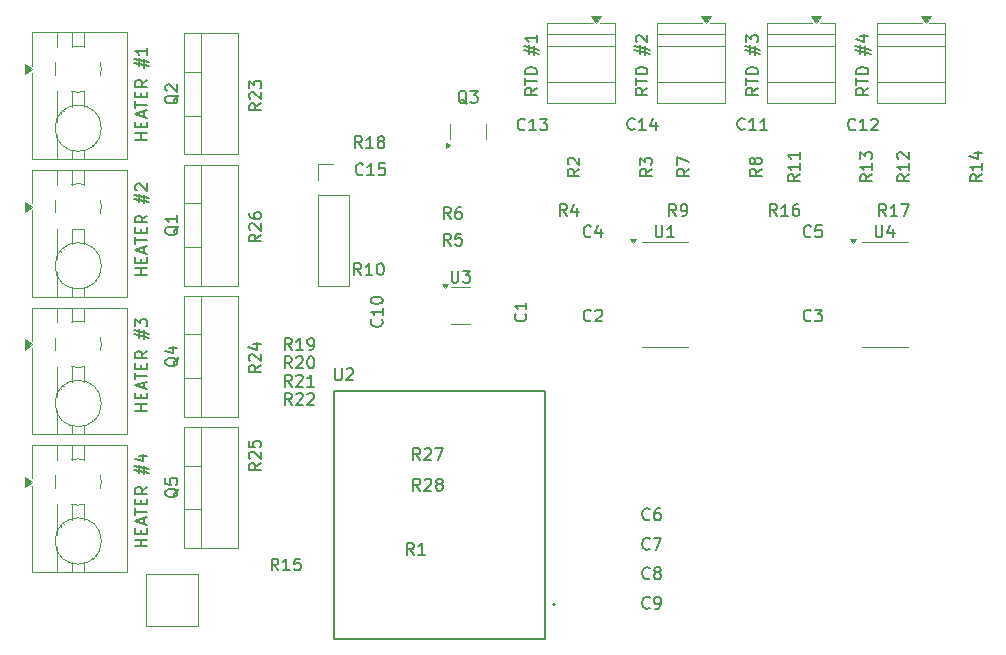
<source format=gbr>
%TF.GenerationSoftware,KiCad,Pcbnew,9.0.0*%
%TF.CreationDate,2025-04-18T19:56:47-04:00*%
%TF.ProjectId,TEMP_ctrl,54454d50-5f63-4747-926c-2e6b69636164,rev?*%
%TF.SameCoordinates,Original*%
%TF.FileFunction,Legend,Top*%
%TF.FilePolarity,Positive*%
%FSLAX46Y46*%
G04 Gerber Fmt 4.6, Leading zero omitted, Abs format (unit mm)*
G04 Created by KiCad (PCBNEW 9.0.0) date 2025-04-18 19:56:47*
%MOMM*%
%LPD*%
G01*
G04 APERTURE LIST*
%ADD10C,0.200000*%
%ADD11C,0.150000*%
%ADD12C,0.120000*%
%ADD13C,0.127000*%
G04 APERTURE END LIST*
D10*
X153542219Y-95108898D02*
X153066028Y-95442231D01*
X153542219Y-95680326D02*
X152542219Y-95680326D01*
X152542219Y-95680326D02*
X152542219Y-95299374D01*
X152542219Y-95299374D02*
X152589838Y-95204136D01*
X152589838Y-95204136D02*
X152637457Y-95156517D01*
X152637457Y-95156517D02*
X152732695Y-95108898D01*
X152732695Y-95108898D02*
X152875552Y-95108898D01*
X152875552Y-95108898D02*
X152970790Y-95156517D01*
X152970790Y-95156517D02*
X153018409Y-95204136D01*
X153018409Y-95204136D02*
X153066028Y-95299374D01*
X153066028Y-95299374D02*
X153066028Y-95680326D01*
X152542219Y-94823183D02*
X152542219Y-94251755D01*
X153542219Y-94537469D02*
X152542219Y-94537469D01*
X153542219Y-93918421D02*
X152542219Y-93918421D01*
X152542219Y-93918421D02*
X152542219Y-93680326D01*
X152542219Y-93680326D02*
X152589838Y-93537469D01*
X152589838Y-93537469D02*
X152685076Y-93442231D01*
X152685076Y-93442231D02*
X152780314Y-93394612D01*
X152780314Y-93394612D02*
X152970790Y-93346993D01*
X152970790Y-93346993D02*
X153113647Y-93346993D01*
X153113647Y-93346993D02*
X153304123Y-93394612D01*
X153304123Y-93394612D02*
X153399361Y-93442231D01*
X153399361Y-93442231D02*
X153494600Y-93537469D01*
X153494600Y-93537469D02*
X153542219Y-93680326D01*
X153542219Y-93680326D02*
X153542219Y-93918421D01*
X152875552Y-92204135D02*
X152875552Y-91489850D01*
X152446980Y-91918421D02*
X153732695Y-92204135D01*
X153304123Y-91585088D02*
X153304123Y-92299373D01*
X153732695Y-91870802D02*
X152446980Y-91585088D01*
X153542219Y-90632707D02*
X153542219Y-91204135D01*
X153542219Y-90918421D02*
X152542219Y-90918421D01*
X152542219Y-90918421D02*
X152685076Y-91013659D01*
X152685076Y-91013659D02*
X152780314Y-91108897D01*
X152780314Y-91108897D02*
X152827933Y-91204135D01*
X120542219Y-133930326D02*
X119542219Y-133930326D01*
X120018409Y-133930326D02*
X120018409Y-133358898D01*
X120542219Y-133358898D02*
X119542219Y-133358898D01*
X120018409Y-132882707D02*
X120018409Y-132549374D01*
X120542219Y-132406517D02*
X120542219Y-132882707D01*
X120542219Y-132882707D02*
X119542219Y-132882707D01*
X119542219Y-132882707D02*
X119542219Y-132406517D01*
X120256504Y-132025564D02*
X120256504Y-131549374D01*
X120542219Y-132120802D02*
X119542219Y-131787469D01*
X119542219Y-131787469D02*
X120542219Y-131454136D01*
X119542219Y-131263659D02*
X119542219Y-130692231D01*
X120542219Y-130977945D02*
X119542219Y-130977945D01*
X120018409Y-130358897D02*
X120018409Y-130025564D01*
X120542219Y-129882707D02*
X120542219Y-130358897D01*
X120542219Y-130358897D02*
X119542219Y-130358897D01*
X119542219Y-130358897D02*
X119542219Y-129882707D01*
X120542219Y-128882707D02*
X120066028Y-129216040D01*
X120542219Y-129454135D02*
X119542219Y-129454135D01*
X119542219Y-129454135D02*
X119542219Y-129073183D01*
X119542219Y-129073183D02*
X119589838Y-128977945D01*
X119589838Y-128977945D02*
X119637457Y-128930326D01*
X119637457Y-128930326D02*
X119732695Y-128882707D01*
X119732695Y-128882707D02*
X119875552Y-128882707D01*
X119875552Y-128882707D02*
X119970790Y-128930326D01*
X119970790Y-128930326D02*
X120018409Y-128977945D01*
X120018409Y-128977945D02*
X120066028Y-129073183D01*
X120066028Y-129073183D02*
X120066028Y-129454135D01*
X119875552Y-127739849D02*
X119875552Y-127025564D01*
X119446980Y-127454135D02*
X120732695Y-127739849D01*
X120304123Y-127120802D02*
X120304123Y-127835087D01*
X120732695Y-127406516D02*
X119446980Y-127120802D01*
X119875552Y-126263659D02*
X120542219Y-126263659D01*
X119494600Y-126501754D02*
X120208885Y-126739849D01*
X120208885Y-126739849D02*
X120208885Y-126120802D01*
X120542219Y-99480326D02*
X119542219Y-99480326D01*
X120018409Y-99480326D02*
X120018409Y-98908898D01*
X120542219Y-98908898D02*
X119542219Y-98908898D01*
X120018409Y-98432707D02*
X120018409Y-98099374D01*
X120542219Y-97956517D02*
X120542219Y-98432707D01*
X120542219Y-98432707D02*
X119542219Y-98432707D01*
X119542219Y-98432707D02*
X119542219Y-97956517D01*
X120256504Y-97575564D02*
X120256504Y-97099374D01*
X120542219Y-97670802D02*
X119542219Y-97337469D01*
X119542219Y-97337469D02*
X120542219Y-97004136D01*
X119542219Y-96813659D02*
X119542219Y-96242231D01*
X120542219Y-96527945D02*
X119542219Y-96527945D01*
X120018409Y-95908897D02*
X120018409Y-95575564D01*
X120542219Y-95432707D02*
X120542219Y-95908897D01*
X120542219Y-95908897D02*
X119542219Y-95908897D01*
X119542219Y-95908897D02*
X119542219Y-95432707D01*
X120542219Y-94432707D02*
X120066028Y-94766040D01*
X120542219Y-95004135D02*
X119542219Y-95004135D01*
X119542219Y-95004135D02*
X119542219Y-94623183D01*
X119542219Y-94623183D02*
X119589838Y-94527945D01*
X119589838Y-94527945D02*
X119637457Y-94480326D01*
X119637457Y-94480326D02*
X119732695Y-94432707D01*
X119732695Y-94432707D02*
X119875552Y-94432707D01*
X119875552Y-94432707D02*
X119970790Y-94480326D01*
X119970790Y-94480326D02*
X120018409Y-94527945D01*
X120018409Y-94527945D02*
X120066028Y-94623183D01*
X120066028Y-94623183D02*
X120066028Y-95004135D01*
X119875552Y-93289849D02*
X119875552Y-92575564D01*
X119446980Y-93004135D02*
X120732695Y-93289849D01*
X120304123Y-92670802D02*
X120304123Y-93385087D01*
X120732695Y-92956516D02*
X119446980Y-92670802D01*
X120542219Y-91718421D02*
X120542219Y-92289849D01*
X120542219Y-92004135D02*
X119542219Y-92004135D01*
X119542219Y-92004135D02*
X119685076Y-92099373D01*
X119685076Y-92099373D02*
X119780314Y-92194611D01*
X119780314Y-92194611D02*
X119827933Y-92289849D01*
X172242219Y-95108898D02*
X171766028Y-95442231D01*
X172242219Y-95680326D02*
X171242219Y-95680326D01*
X171242219Y-95680326D02*
X171242219Y-95299374D01*
X171242219Y-95299374D02*
X171289838Y-95204136D01*
X171289838Y-95204136D02*
X171337457Y-95156517D01*
X171337457Y-95156517D02*
X171432695Y-95108898D01*
X171432695Y-95108898D02*
X171575552Y-95108898D01*
X171575552Y-95108898D02*
X171670790Y-95156517D01*
X171670790Y-95156517D02*
X171718409Y-95204136D01*
X171718409Y-95204136D02*
X171766028Y-95299374D01*
X171766028Y-95299374D02*
X171766028Y-95680326D01*
X171242219Y-94823183D02*
X171242219Y-94251755D01*
X172242219Y-94537469D02*
X171242219Y-94537469D01*
X172242219Y-93918421D02*
X171242219Y-93918421D01*
X171242219Y-93918421D02*
X171242219Y-93680326D01*
X171242219Y-93680326D02*
X171289838Y-93537469D01*
X171289838Y-93537469D02*
X171385076Y-93442231D01*
X171385076Y-93442231D02*
X171480314Y-93394612D01*
X171480314Y-93394612D02*
X171670790Y-93346993D01*
X171670790Y-93346993D02*
X171813647Y-93346993D01*
X171813647Y-93346993D02*
X172004123Y-93394612D01*
X172004123Y-93394612D02*
X172099361Y-93442231D01*
X172099361Y-93442231D02*
X172194600Y-93537469D01*
X172194600Y-93537469D02*
X172242219Y-93680326D01*
X172242219Y-93680326D02*
X172242219Y-93918421D01*
X171575552Y-92204135D02*
X171575552Y-91489850D01*
X171146980Y-91918421D02*
X172432695Y-92204135D01*
X172004123Y-91585088D02*
X172004123Y-92299373D01*
X172432695Y-91870802D02*
X171146980Y-91585088D01*
X171242219Y-91251754D02*
X171242219Y-90632707D01*
X171242219Y-90632707D02*
X171623171Y-90966040D01*
X171623171Y-90966040D02*
X171623171Y-90823183D01*
X171623171Y-90823183D02*
X171670790Y-90727945D01*
X171670790Y-90727945D02*
X171718409Y-90680326D01*
X171718409Y-90680326D02*
X171813647Y-90632707D01*
X171813647Y-90632707D02*
X172051742Y-90632707D01*
X172051742Y-90632707D02*
X172146980Y-90680326D01*
X172146980Y-90680326D02*
X172194600Y-90727945D01*
X172194600Y-90727945D02*
X172242219Y-90823183D01*
X172242219Y-90823183D02*
X172242219Y-91108897D01*
X172242219Y-91108897D02*
X172194600Y-91204135D01*
X172194600Y-91204135D02*
X172146980Y-91251754D01*
X120542219Y-110963659D02*
X119542219Y-110963659D01*
X120018409Y-110963659D02*
X120018409Y-110392231D01*
X120542219Y-110392231D02*
X119542219Y-110392231D01*
X120018409Y-109916040D02*
X120018409Y-109582707D01*
X120542219Y-109439850D02*
X120542219Y-109916040D01*
X120542219Y-109916040D02*
X119542219Y-109916040D01*
X119542219Y-109916040D02*
X119542219Y-109439850D01*
X120256504Y-109058897D02*
X120256504Y-108582707D01*
X120542219Y-109154135D02*
X119542219Y-108820802D01*
X119542219Y-108820802D02*
X120542219Y-108487469D01*
X119542219Y-108296992D02*
X119542219Y-107725564D01*
X120542219Y-108011278D02*
X119542219Y-108011278D01*
X120018409Y-107392230D02*
X120018409Y-107058897D01*
X120542219Y-106916040D02*
X120542219Y-107392230D01*
X120542219Y-107392230D02*
X119542219Y-107392230D01*
X119542219Y-107392230D02*
X119542219Y-106916040D01*
X120542219Y-105916040D02*
X120066028Y-106249373D01*
X120542219Y-106487468D02*
X119542219Y-106487468D01*
X119542219Y-106487468D02*
X119542219Y-106106516D01*
X119542219Y-106106516D02*
X119589838Y-106011278D01*
X119589838Y-106011278D02*
X119637457Y-105963659D01*
X119637457Y-105963659D02*
X119732695Y-105916040D01*
X119732695Y-105916040D02*
X119875552Y-105916040D01*
X119875552Y-105916040D02*
X119970790Y-105963659D01*
X119970790Y-105963659D02*
X120018409Y-106011278D01*
X120018409Y-106011278D02*
X120066028Y-106106516D01*
X120066028Y-106106516D02*
X120066028Y-106487468D01*
X119875552Y-104773182D02*
X119875552Y-104058897D01*
X119446980Y-104487468D02*
X120732695Y-104773182D01*
X120304123Y-104154135D02*
X120304123Y-104868420D01*
X120732695Y-104439849D02*
X119446980Y-104154135D01*
X119637457Y-103773182D02*
X119589838Y-103725563D01*
X119589838Y-103725563D02*
X119542219Y-103630325D01*
X119542219Y-103630325D02*
X119542219Y-103392230D01*
X119542219Y-103392230D02*
X119589838Y-103296992D01*
X119589838Y-103296992D02*
X119637457Y-103249373D01*
X119637457Y-103249373D02*
X119732695Y-103201754D01*
X119732695Y-103201754D02*
X119827933Y-103201754D01*
X119827933Y-103201754D02*
X119970790Y-103249373D01*
X119970790Y-103249373D02*
X120542219Y-103820801D01*
X120542219Y-103820801D02*
X120542219Y-103201754D01*
X120542219Y-122446993D02*
X119542219Y-122446993D01*
X120018409Y-122446993D02*
X120018409Y-121875565D01*
X120542219Y-121875565D02*
X119542219Y-121875565D01*
X120018409Y-121399374D02*
X120018409Y-121066041D01*
X120542219Y-120923184D02*
X120542219Y-121399374D01*
X120542219Y-121399374D02*
X119542219Y-121399374D01*
X119542219Y-121399374D02*
X119542219Y-120923184D01*
X120256504Y-120542231D02*
X120256504Y-120066041D01*
X120542219Y-120637469D02*
X119542219Y-120304136D01*
X119542219Y-120304136D02*
X120542219Y-119970803D01*
X119542219Y-119780326D02*
X119542219Y-119208898D01*
X120542219Y-119494612D02*
X119542219Y-119494612D01*
X120018409Y-118875564D02*
X120018409Y-118542231D01*
X120542219Y-118399374D02*
X120542219Y-118875564D01*
X120542219Y-118875564D02*
X119542219Y-118875564D01*
X119542219Y-118875564D02*
X119542219Y-118399374D01*
X120542219Y-117399374D02*
X120066028Y-117732707D01*
X120542219Y-117970802D02*
X119542219Y-117970802D01*
X119542219Y-117970802D02*
X119542219Y-117589850D01*
X119542219Y-117589850D02*
X119589838Y-117494612D01*
X119589838Y-117494612D02*
X119637457Y-117446993D01*
X119637457Y-117446993D02*
X119732695Y-117399374D01*
X119732695Y-117399374D02*
X119875552Y-117399374D01*
X119875552Y-117399374D02*
X119970790Y-117446993D01*
X119970790Y-117446993D02*
X120018409Y-117494612D01*
X120018409Y-117494612D02*
X120066028Y-117589850D01*
X120066028Y-117589850D02*
X120066028Y-117970802D01*
X119875552Y-116256516D02*
X119875552Y-115542231D01*
X119446980Y-115970802D02*
X120732695Y-116256516D01*
X120304123Y-115637469D02*
X120304123Y-116351754D01*
X120732695Y-115923183D02*
X119446980Y-115637469D01*
X119542219Y-115304135D02*
X119542219Y-114685088D01*
X119542219Y-114685088D02*
X119923171Y-115018421D01*
X119923171Y-115018421D02*
X119923171Y-114875564D01*
X119923171Y-114875564D02*
X119970790Y-114780326D01*
X119970790Y-114780326D02*
X120018409Y-114732707D01*
X120018409Y-114732707D02*
X120113647Y-114685088D01*
X120113647Y-114685088D02*
X120351742Y-114685088D01*
X120351742Y-114685088D02*
X120446980Y-114732707D01*
X120446980Y-114732707D02*
X120494600Y-114780326D01*
X120494600Y-114780326D02*
X120542219Y-114875564D01*
X120542219Y-114875564D02*
X120542219Y-115161278D01*
X120542219Y-115161278D02*
X120494600Y-115256516D01*
X120494600Y-115256516D02*
X120446980Y-115304135D01*
X162892219Y-95108898D02*
X162416028Y-95442231D01*
X162892219Y-95680326D02*
X161892219Y-95680326D01*
X161892219Y-95680326D02*
X161892219Y-95299374D01*
X161892219Y-95299374D02*
X161939838Y-95204136D01*
X161939838Y-95204136D02*
X161987457Y-95156517D01*
X161987457Y-95156517D02*
X162082695Y-95108898D01*
X162082695Y-95108898D02*
X162225552Y-95108898D01*
X162225552Y-95108898D02*
X162320790Y-95156517D01*
X162320790Y-95156517D02*
X162368409Y-95204136D01*
X162368409Y-95204136D02*
X162416028Y-95299374D01*
X162416028Y-95299374D02*
X162416028Y-95680326D01*
X161892219Y-94823183D02*
X161892219Y-94251755D01*
X162892219Y-94537469D02*
X161892219Y-94537469D01*
X162892219Y-93918421D02*
X161892219Y-93918421D01*
X161892219Y-93918421D02*
X161892219Y-93680326D01*
X161892219Y-93680326D02*
X161939838Y-93537469D01*
X161939838Y-93537469D02*
X162035076Y-93442231D01*
X162035076Y-93442231D02*
X162130314Y-93394612D01*
X162130314Y-93394612D02*
X162320790Y-93346993D01*
X162320790Y-93346993D02*
X162463647Y-93346993D01*
X162463647Y-93346993D02*
X162654123Y-93394612D01*
X162654123Y-93394612D02*
X162749361Y-93442231D01*
X162749361Y-93442231D02*
X162844600Y-93537469D01*
X162844600Y-93537469D02*
X162892219Y-93680326D01*
X162892219Y-93680326D02*
X162892219Y-93918421D01*
X162225552Y-92204135D02*
X162225552Y-91489850D01*
X161796980Y-91918421D02*
X163082695Y-92204135D01*
X162654123Y-91585088D02*
X162654123Y-92299373D01*
X163082695Y-91870802D02*
X161796980Y-91585088D01*
X161987457Y-91204135D02*
X161939838Y-91156516D01*
X161939838Y-91156516D02*
X161892219Y-91061278D01*
X161892219Y-91061278D02*
X161892219Y-90823183D01*
X161892219Y-90823183D02*
X161939838Y-90727945D01*
X161939838Y-90727945D02*
X161987457Y-90680326D01*
X161987457Y-90680326D02*
X162082695Y-90632707D01*
X162082695Y-90632707D02*
X162177933Y-90632707D01*
X162177933Y-90632707D02*
X162320790Y-90680326D01*
X162320790Y-90680326D02*
X162892219Y-91251754D01*
X162892219Y-91251754D02*
X162892219Y-90632707D01*
X181592219Y-95108898D02*
X181116028Y-95442231D01*
X181592219Y-95680326D02*
X180592219Y-95680326D01*
X180592219Y-95680326D02*
X180592219Y-95299374D01*
X180592219Y-95299374D02*
X180639838Y-95204136D01*
X180639838Y-95204136D02*
X180687457Y-95156517D01*
X180687457Y-95156517D02*
X180782695Y-95108898D01*
X180782695Y-95108898D02*
X180925552Y-95108898D01*
X180925552Y-95108898D02*
X181020790Y-95156517D01*
X181020790Y-95156517D02*
X181068409Y-95204136D01*
X181068409Y-95204136D02*
X181116028Y-95299374D01*
X181116028Y-95299374D02*
X181116028Y-95680326D01*
X180592219Y-94823183D02*
X180592219Y-94251755D01*
X181592219Y-94537469D02*
X180592219Y-94537469D01*
X181592219Y-93918421D02*
X180592219Y-93918421D01*
X180592219Y-93918421D02*
X180592219Y-93680326D01*
X180592219Y-93680326D02*
X180639838Y-93537469D01*
X180639838Y-93537469D02*
X180735076Y-93442231D01*
X180735076Y-93442231D02*
X180830314Y-93394612D01*
X180830314Y-93394612D02*
X181020790Y-93346993D01*
X181020790Y-93346993D02*
X181163647Y-93346993D01*
X181163647Y-93346993D02*
X181354123Y-93394612D01*
X181354123Y-93394612D02*
X181449361Y-93442231D01*
X181449361Y-93442231D02*
X181544600Y-93537469D01*
X181544600Y-93537469D02*
X181592219Y-93680326D01*
X181592219Y-93680326D02*
X181592219Y-93918421D01*
X180925552Y-92204135D02*
X180925552Y-91489850D01*
X180496980Y-91918421D02*
X181782695Y-92204135D01*
X181354123Y-91585088D02*
X181354123Y-92299373D01*
X181782695Y-91870802D02*
X180496980Y-91585088D01*
X180925552Y-90727945D02*
X181592219Y-90727945D01*
X180544600Y-90966040D02*
X181258885Y-91204135D01*
X181258885Y-91204135D02*
X181258885Y-90585088D01*
D11*
X123180057Y-95710238D02*
X123132438Y-95805476D01*
X123132438Y-95805476D02*
X123037200Y-95900714D01*
X123037200Y-95900714D02*
X122894342Y-96043571D01*
X122894342Y-96043571D02*
X122846723Y-96138809D01*
X122846723Y-96138809D02*
X122846723Y-96234047D01*
X123084819Y-96186428D02*
X123037200Y-96281666D01*
X123037200Y-96281666D02*
X122941961Y-96376904D01*
X122941961Y-96376904D02*
X122751485Y-96424523D01*
X122751485Y-96424523D02*
X122418152Y-96424523D01*
X122418152Y-96424523D02*
X122227676Y-96376904D01*
X122227676Y-96376904D02*
X122132438Y-96281666D01*
X122132438Y-96281666D02*
X122084819Y-96186428D01*
X122084819Y-96186428D02*
X122084819Y-95995952D01*
X122084819Y-95995952D02*
X122132438Y-95900714D01*
X122132438Y-95900714D02*
X122227676Y-95805476D01*
X122227676Y-95805476D02*
X122418152Y-95757857D01*
X122418152Y-95757857D02*
X122751485Y-95757857D01*
X122751485Y-95757857D02*
X122941961Y-95805476D01*
X122941961Y-95805476D02*
X123037200Y-95900714D01*
X123037200Y-95900714D02*
X123084819Y-95995952D01*
X123084819Y-95995952D02*
X123084819Y-96186428D01*
X122180057Y-95376904D02*
X122132438Y-95329285D01*
X122132438Y-95329285D02*
X122084819Y-95234047D01*
X122084819Y-95234047D02*
X122084819Y-94995952D01*
X122084819Y-94995952D02*
X122132438Y-94900714D01*
X122132438Y-94900714D02*
X122180057Y-94853095D01*
X122180057Y-94853095D02*
X122275295Y-94805476D01*
X122275295Y-94805476D02*
X122370533Y-94805476D01*
X122370533Y-94805476D02*
X122513390Y-94853095D01*
X122513390Y-94853095D02*
X123084819Y-95424523D01*
X123084819Y-95424523D02*
X123084819Y-94805476D01*
X171132142Y-98584580D02*
X171084523Y-98632200D01*
X171084523Y-98632200D02*
X170941666Y-98679819D01*
X170941666Y-98679819D02*
X170846428Y-98679819D01*
X170846428Y-98679819D02*
X170703571Y-98632200D01*
X170703571Y-98632200D02*
X170608333Y-98536961D01*
X170608333Y-98536961D02*
X170560714Y-98441723D01*
X170560714Y-98441723D02*
X170513095Y-98251247D01*
X170513095Y-98251247D02*
X170513095Y-98108390D01*
X170513095Y-98108390D02*
X170560714Y-97917914D01*
X170560714Y-97917914D02*
X170608333Y-97822676D01*
X170608333Y-97822676D02*
X170703571Y-97727438D01*
X170703571Y-97727438D02*
X170846428Y-97679819D01*
X170846428Y-97679819D02*
X170941666Y-97679819D01*
X170941666Y-97679819D02*
X171084523Y-97727438D01*
X171084523Y-97727438D02*
X171132142Y-97775057D01*
X172084523Y-98679819D02*
X171513095Y-98679819D01*
X171798809Y-98679819D02*
X171798809Y-97679819D01*
X171798809Y-97679819D02*
X171703571Y-97822676D01*
X171703571Y-97822676D02*
X171608333Y-97917914D01*
X171608333Y-97917914D02*
X171513095Y-97965533D01*
X173036904Y-98679819D02*
X172465476Y-98679819D01*
X172751190Y-98679819D02*
X172751190Y-97679819D01*
X172751190Y-97679819D02*
X172655952Y-97822676D01*
X172655952Y-97822676D02*
X172560714Y-97917914D01*
X172560714Y-97917914D02*
X172465476Y-97965533D01*
X165333333Y-105954819D02*
X165000000Y-105478628D01*
X164761905Y-105954819D02*
X164761905Y-104954819D01*
X164761905Y-104954819D02*
X165142857Y-104954819D01*
X165142857Y-104954819D02*
X165238095Y-105002438D01*
X165238095Y-105002438D02*
X165285714Y-105050057D01*
X165285714Y-105050057D02*
X165333333Y-105145295D01*
X165333333Y-105145295D02*
X165333333Y-105288152D01*
X165333333Y-105288152D02*
X165285714Y-105383390D01*
X165285714Y-105383390D02*
X165238095Y-105431009D01*
X165238095Y-105431009D02*
X165142857Y-105478628D01*
X165142857Y-105478628D02*
X164761905Y-105478628D01*
X165809524Y-105954819D02*
X166000000Y-105954819D01*
X166000000Y-105954819D02*
X166095238Y-105907200D01*
X166095238Y-105907200D02*
X166142857Y-105859580D01*
X166142857Y-105859580D02*
X166238095Y-105716723D01*
X166238095Y-105716723D02*
X166285714Y-105526247D01*
X166285714Y-105526247D02*
X166285714Y-105145295D01*
X166285714Y-105145295D02*
X166238095Y-105050057D01*
X166238095Y-105050057D02*
X166190476Y-105002438D01*
X166190476Y-105002438D02*
X166095238Y-104954819D01*
X166095238Y-104954819D02*
X165904762Y-104954819D01*
X165904762Y-104954819D02*
X165809524Y-105002438D01*
X165809524Y-105002438D02*
X165761905Y-105050057D01*
X165761905Y-105050057D02*
X165714286Y-105145295D01*
X165714286Y-105145295D02*
X165714286Y-105383390D01*
X165714286Y-105383390D02*
X165761905Y-105478628D01*
X165761905Y-105478628D02*
X165809524Y-105526247D01*
X165809524Y-105526247D02*
X165904762Y-105573866D01*
X165904762Y-105573866D02*
X166095238Y-105573866D01*
X166095238Y-105573866D02*
X166190476Y-105526247D01*
X166190476Y-105526247D02*
X166238095Y-105478628D01*
X166238095Y-105478628D02*
X166285714Y-105383390D01*
X138727142Y-100204819D02*
X138393809Y-99728628D01*
X138155714Y-100204819D02*
X138155714Y-99204819D01*
X138155714Y-99204819D02*
X138536666Y-99204819D01*
X138536666Y-99204819D02*
X138631904Y-99252438D01*
X138631904Y-99252438D02*
X138679523Y-99300057D01*
X138679523Y-99300057D02*
X138727142Y-99395295D01*
X138727142Y-99395295D02*
X138727142Y-99538152D01*
X138727142Y-99538152D02*
X138679523Y-99633390D01*
X138679523Y-99633390D02*
X138631904Y-99681009D01*
X138631904Y-99681009D02*
X138536666Y-99728628D01*
X138536666Y-99728628D02*
X138155714Y-99728628D01*
X139679523Y-100204819D02*
X139108095Y-100204819D01*
X139393809Y-100204819D02*
X139393809Y-99204819D01*
X139393809Y-99204819D02*
X139298571Y-99347676D01*
X139298571Y-99347676D02*
X139203333Y-99442914D01*
X139203333Y-99442914D02*
X139108095Y-99490533D01*
X140250952Y-99633390D02*
X140155714Y-99585771D01*
X140155714Y-99585771D02*
X140108095Y-99538152D01*
X140108095Y-99538152D02*
X140060476Y-99442914D01*
X140060476Y-99442914D02*
X140060476Y-99395295D01*
X140060476Y-99395295D02*
X140108095Y-99300057D01*
X140108095Y-99300057D02*
X140155714Y-99252438D01*
X140155714Y-99252438D02*
X140250952Y-99204819D01*
X140250952Y-99204819D02*
X140441428Y-99204819D01*
X140441428Y-99204819D02*
X140536666Y-99252438D01*
X140536666Y-99252438D02*
X140584285Y-99300057D01*
X140584285Y-99300057D02*
X140631904Y-99395295D01*
X140631904Y-99395295D02*
X140631904Y-99442914D01*
X140631904Y-99442914D02*
X140584285Y-99538152D01*
X140584285Y-99538152D02*
X140536666Y-99585771D01*
X140536666Y-99585771D02*
X140441428Y-99633390D01*
X140441428Y-99633390D02*
X140250952Y-99633390D01*
X140250952Y-99633390D02*
X140155714Y-99681009D01*
X140155714Y-99681009D02*
X140108095Y-99728628D01*
X140108095Y-99728628D02*
X140060476Y-99823866D01*
X140060476Y-99823866D02*
X140060476Y-100014342D01*
X140060476Y-100014342D02*
X140108095Y-100109580D01*
X140108095Y-100109580D02*
X140155714Y-100157200D01*
X140155714Y-100157200D02*
X140250952Y-100204819D01*
X140250952Y-100204819D02*
X140441428Y-100204819D01*
X140441428Y-100204819D02*
X140536666Y-100157200D01*
X140536666Y-100157200D02*
X140584285Y-100109580D01*
X140584285Y-100109580D02*
X140631904Y-100014342D01*
X140631904Y-100014342D02*
X140631904Y-99823866D01*
X140631904Y-99823866D02*
X140584285Y-99728628D01*
X140584285Y-99728628D02*
X140536666Y-99681009D01*
X140536666Y-99681009D02*
X140441428Y-99633390D01*
X163083333Y-131609580D02*
X163035714Y-131657200D01*
X163035714Y-131657200D02*
X162892857Y-131704819D01*
X162892857Y-131704819D02*
X162797619Y-131704819D01*
X162797619Y-131704819D02*
X162654762Y-131657200D01*
X162654762Y-131657200D02*
X162559524Y-131561961D01*
X162559524Y-131561961D02*
X162511905Y-131466723D01*
X162511905Y-131466723D02*
X162464286Y-131276247D01*
X162464286Y-131276247D02*
X162464286Y-131133390D01*
X162464286Y-131133390D02*
X162511905Y-130942914D01*
X162511905Y-130942914D02*
X162559524Y-130847676D01*
X162559524Y-130847676D02*
X162654762Y-130752438D01*
X162654762Y-130752438D02*
X162797619Y-130704819D01*
X162797619Y-130704819D02*
X162892857Y-130704819D01*
X162892857Y-130704819D02*
X163035714Y-130752438D01*
X163035714Y-130752438D02*
X163083333Y-130800057D01*
X163940476Y-130704819D02*
X163750000Y-130704819D01*
X163750000Y-130704819D02*
X163654762Y-130752438D01*
X163654762Y-130752438D02*
X163607143Y-130800057D01*
X163607143Y-130800057D02*
X163511905Y-130942914D01*
X163511905Y-130942914D02*
X163464286Y-131133390D01*
X163464286Y-131133390D02*
X163464286Y-131514342D01*
X163464286Y-131514342D02*
X163511905Y-131609580D01*
X163511905Y-131609580D02*
X163559524Y-131657200D01*
X163559524Y-131657200D02*
X163654762Y-131704819D01*
X163654762Y-131704819D02*
X163845238Y-131704819D01*
X163845238Y-131704819D02*
X163940476Y-131657200D01*
X163940476Y-131657200D02*
X163988095Y-131609580D01*
X163988095Y-131609580D02*
X164035714Y-131514342D01*
X164035714Y-131514342D02*
X164035714Y-131276247D01*
X164035714Y-131276247D02*
X163988095Y-131181009D01*
X163988095Y-131181009D02*
X163940476Y-131133390D01*
X163940476Y-131133390D02*
X163845238Y-131085771D01*
X163845238Y-131085771D02*
X163654762Y-131085771D01*
X163654762Y-131085771D02*
X163559524Y-131133390D01*
X163559524Y-131133390D02*
X163511905Y-131181009D01*
X163511905Y-131181009D02*
X163464286Y-131276247D01*
X163592262Y-106752319D02*
X163592262Y-107561842D01*
X163592262Y-107561842D02*
X163639881Y-107657080D01*
X163639881Y-107657080D02*
X163687500Y-107704700D01*
X163687500Y-107704700D02*
X163782738Y-107752319D01*
X163782738Y-107752319D02*
X163973214Y-107752319D01*
X163973214Y-107752319D02*
X164068452Y-107704700D01*
X164068452Y-107704700D02*
X164116071Y-107657080D01*
X164116071Y-107657080D02*
X164163690Y-107561842D01*
X164163690Y-107561842D02*
X164163690Y-106752319D01*
X165163690Y-107752319D02*
X164592262Y-107752319D01*
X164877976Y-107752319D02*
X164877976Y-106752319D01*
X164877976Y-106752319D02*
X164782738Y-106895176D01*
X164782738Y-106895176D02*
X164687500Y-106990414D01*
X164687500Y-106990414D02*
X164592262Y-107038033D01*
X163083333Y-134109580D02*
X163035714Y-134157200D01*
X163035714Y-134157200D02*
X162892857Y-134204819D01*
X162892857Y-134204819D02*
X162797619Y-134204819D01*
X162797619Y-134204819D02*
X162654762Y-134157200D01*
X162654762Y-134157200D02*
X162559524Y-134061961D01*
X162559524Y-134061961D02*
X162511905Y-133966723D01*
X162511905Y-133966723D02*
X162464286Y-133776247D01*
X162464286Y-133776247D02*
X162464286Y-133633390D01*
X162464286Y-133633390D02*
X162511905Y-133442914D01*
X162511905Y-133442914D02*
X162559524Y-133347676D01*
X162559524Y-133347676D02*
X162654762Y-133252438D01*
X162654762Y-133252438D02*
X162797619Y-133204819D01*
X162797619Y-133204819D02*
X162892857Y-133204819D01*
X162892857Y-133204819D02*
X163035714Y-133252438D01*
X163035714Y-133252438D02*
X163083333Y-133300057D01*
X163416667Y-133204819D02*
X164083333Y-133204819D01*
X164083333Y-133204819D02*
X163654762Y-134204819D01*
X163083333Y-139109580D02*
X163035714Y-139157200D01*
X163035714Y-139157200D02*
X162892857Y-139204819D01*
X162892857Y-139204819D02*
X162797619Y-139204819D01*
X162797619Y-139204819D02*
X162654762Y-139157200D01*
X162654762Y-139157200D02*
X162559524Y-139061961D01*
X162559524Y-139061961D02*
X162511905Y-138966723D01*
X162511905Y-138966723D02*
X162464286Y-138776247D01*
X162464286Y-138776247D02*
X162464286Y-138633390D01*
X162464286Y-138633390D02*
X162511905Y-138442914D01*
X162511905Y-138442914D02*
X162559524Y-138347676D01*
X162559524Y-138347676D02*
X162654762Y-138252438D01*
X162654762Y-138252438D02*
X162797619Y-138204819D01*
X162797619Y-138204819D02*
X162892857Y-138204819D01*
X162892857Y-138204819D02*
X163035714Y-138252438D01*
X163035714Y-138252438D02*
X163083333Y-138300057D01*
X163559524Y-139204819D02*
X163750000Y-139204819D01*
X163750000Y-139204819D02*
X163845238Y-139157200D01*
X163845238Y-139157200D02*
X163892857Y-139109580D01*
X163892857Y-139109580D02*
X163988095Y-138966723D01*
X163988095Y-138966723D02*
X164035714Y-138776247D01*
X164035714Y-138776247D02*
X164035714Y-138395295D01*
X164035714Y-138395295D02*
X163988095Y-138300057D01*
X163988095Y-138300057D02*
X163940476Y-138252438D01*
X163940476Y-138252438D02*
X163845238Y-138204819D01*
X163845238Y-138204819D02*
X163654762Y-138204819D01*
X163654762Y-138204819D02*
X163559524Y-138252438D01*
X163559524Y-138252438D02*
X163511905Y-138300057D01*
X163511905Y-138300057D02*
X163464286Y-138395295D01*
X163464286Y-138395295D02*
X163464286Y-138633390D01*
X163464286Y-138633390D02*
X163511905Y-138728628D01*
X163511905Y-138728628D02*
X163559524Y-138776247D01*
X163559524Y-138776247D02*
X163654762Y-138823866D01*
X163654762Y-138823866D02*
X163845238Y-138823866D01*
X163845238Y-138823866D02*
X163940476Y-138776247D01*
X163940476Y-138776247D02*
X163988095Y-138728628D01*
X163988095Y-138728628D02*
X164035714Y-138633390D01*
X163083333Y-136609580D02*
X163035714Y-136657200D01*
X163035714Y-136657200D02*
X162892857Y-136704819D01*
X162892857Y-136704819D02*
X162797619Y-136704819D01*
X162797619Y-136704819D02*
X162654762Y-136657200D01*
X162654762Y-136657200D02*
X162559524Y-136561961D01*
X162559524Y-136561961D02*
X162511905Y-136466723D01*
X162511905Y-136466723D02*
X162464286Y-136276247D01*
X162464286Y-136276247D02*
X162464286Y-136133390D01*
X162464286Y-136133390D02*
X162511905Y-135942914D01*
X162511905Y-135942914D02*
X162559524Y-135847676D01*
X162559524Y-135847676D02*
X162654762Y-135752438D01*
X162654762Y-135752438D02*
X162797619Y-135704819D01*
X162797619Y-135704819D02*
X162892857Y-135704819D01*
X162892857Y-135704819D02*
X163035714Y-135752438D01*
X163035714Y-135752438D02*
X163083333Y-135800057D01*
X163654762Y-136133390D02*
X163559524Y-136085771D01*
X163559524Y-136085771D02*
X163511905Y-136038152D01*
X163511905Y-136038152D02*
X163464286Y-135942914D01*
X163464286Y-135942914D02*
X163464286Y-135895295D01*
X163464286Y-135895295D02*
X163511905Y-135800057D01*
X163511905Y-135800057D02*
X163559524Y-135752438D01*
X163559524Y-135752438D02*
X163654762Y-135704819D01*
X163654762Y-135704819D02*
X163845238Y-135704819D01*
X163845238Y-135704819D02*
X163940476Y-135752438D01*
X163940476Y-135752438D02*
X163988095Y-135800057D01*
X163988095Y-135800057D02*
X164035714Y-135895295D01*
X164035714Y-135895295D02*
X164035714Y-135942914D01*
X164035714Y-135942914D02*
X163988095Y-136038152D01*
X163988095Y-136038152D02*
X163940476Y-136085771D01*
X163940476Y-136085771D02*
X163845238Y-136133390D01*
X163845238Y-136133390D02*
X163654762Y-136133390D01*
X163654762Y-136133390D02*
X163559524Y-136181009D01*
X163559524Y-136181009D02*
X163511905Y-136228628D01*
X163511905Y-136228628D02*
X163464286Y-136323866D01*
X163464286Y-136323866D02*
X163464286Y-136514342D01*
X163464286Y-136514342D02*
X163511905Y-136609580D01*
X163511905Y-136609580D02*
X163559524Y-136657200D01*
X163559524Y-136657200D02*
X163654762Y-136704819D01*
X163654762Y-136704819D02*
X163845238Y-136704819D01*
X163845238Y-136704819D02*
X163940476Y-136657200D01*
X163940476Y-136657200D02*
X163988095Y-136609580D01*
X163988095Y-136609580D02*
X164035714Y-136514342D01*
X164035714Y-136514342D02*
X164035714Y-136323866D01*
X164035714Y-136323866D02*
X163988095Y-136228628D01*
X163988095Y-136228628D02*
X163940476Y-136181009D01*
X163940476Y-136181009D02*
X163845238Y-136133390D01*
X183107142Y-105954819D02*
X182773809Y-105478628D01*
X182535714Y-105954819D02*
X182535714Y-104954819D01*
X182535714Y-104954819D02*
X182916666Y-104954819D01*
X182916666Y-104954819D02*
X183011904Y-105002438D01*
X183011904Y-105002438D02*
X183059523Y-105050057D01*
X183059523Y-105050057D02*
X183107142Y-105145295D01*
X183107142Y-105145295D02*
X183107142Y-105288152D01*
X183107142Y-105288152D02*
X183059523Y-105383390D01*
X183059523Y-105383390D02*
X183011904Y-105431009D01*
X183011904Y-105431009D02*
X182916666Y-105478628D01*
X182916666Y-105478628D02*
X182535714Y-105478628D01*
X184059523Y-105954819D02*
X183488095Y-105954819D01*
X183773809Y-105954819D02*
X183773809Y-104954819D01*
X183773809Y-104954819D02*
X183678571Y-105097676D01*
X183678571Y-105097676D02*
X183583333Y-105192914D01*
X183583333Y-105192914D02*
X183488095Y-105240533D01*
X184392857Y-104954819D02*
X185059523Y-104954819D01*
X185059523Y-104954819D02*
X184630952Y-105954819D01*
X130154819Y-118602857D02*
X129678628Y-118936190D01*
X130154819Y-119174285D02*
X129154819Y-119174285D01*
X129154819Y-119174285D02*
X129154819Y-118793333D01*
X129154819Y-118793333D02*
X129202438Y-118698095D01*
X129202438Y-118698095D02*
X129250057Y-118650476D01*
X129250057Y-118650476D02*
X129345295Y-118602857D01*
X129345295Y-118602857D02*
X129488152Y-118602857D01*
X129488152Y-118602857D02*
X129583390Y-118650476D01*
X129583390Y-118650476D02*
X129631009Y-118698095D01*
X129631009Y-118698095D02*
X129678628Y-118793333D01*
X129678628Y-118793333D02*
X129678628Y-119174285D01*
X129250057Y-118221904D02*
X129202438Y-118174285D01*
X129202438Y-118174285D02*
X129154819Y-118079047D01*
X129154819Y-118079047D02*
X129154819Y-117840952D01*
X129154819Y-117840952D02*
X129202438Y-117745714D01*
X129202438Y-117745714D02*
X129250057Y-117698095D01*
X129250057Y-117698095D02*
X129345295Y-117650476D01*
X129345295Y-117650476D02*
X129440533Y-117650476D01*
X129440533Y-117650476D02*
X129583390Y-117698095D01*
X129583390Y-117698095D02*
X130154819Y-118269523D01*
X130154819Y-118269523D02*
X130154819Y-117650476D01*
X129488152Y-116793333D02*
X130154819Y-116793333D01*
X129107200Y-117031428D02*
X129821485Y-117269523D01*
X129821485Y-117269523D02*
X129821485Y-116650476D01*
X181904819Y-102442857D02*
X181428628Y-102776190D01*
X181904819Y-103014285D02*
X180904819Y-103014285D01*
X180904819Y-103014285D02*
X180904819Y-102633333D01*
X180904819Y-102633333D02*
X180952438Y-102538095D01*
X180952438Y-102538095D02*
X181000057Y-102490476D01*
X181000057Y-102490476D02*
X181095295Y-102442857D01*
X181095295Y-102442857D02*
X181238152Y-102442857D01*
X181238152Y-102442857D02*
X181333390Y-102490476D01*
X181333390Y-102490476D02*
X181381009Y-102538095D01*
X181381009Y-102538095D02*
X181428628Y-102633333D01*
X181428628Y-102633333D02*
X181428628Y-103014285D01*
X181904819Y-101490476D02*
X181904819Y-102061904D01*
X181904819Y-101776190D02*
X180904819Y-101776190D01*
X180904819Y-101776190D02*
X181047676Y-101871428D01*
X181047676Y-101871428D02*
X181142914Y-101966666D01*
X181142914Y-101966666D02*
X181190533Y-102061904D01*
X180904819Y-101157142D02*
X180904819Y-100538095D01*
X180904819Y-100538095D02*
X181285771Y-100871428D01*
X181285771Y-100871428D02*
X181285771Y-100728571D01*
X181285771Y-100728571D02*
X181333390Y-100633333D01*
X181333390Y-100633333D02*
X181381009Y-100585714D01*
X181381009Y-100585714D02*
X181476247Y-100538095D01*
X181476247Y-100538095D02*
X181714342Y-100538095D01*
X181714342Y-100538095D02*
X181809580Y-100585714D01*
X181809580Y-100585714D02*
X181857200Y-100633333D01*
X181857200Y-100633333D02*
X181904819Y-100728571D01*
X181904819Y-100728571D02*
X181904819Y-101014285D01*
X181904819Y-101014285D02*
X181857200Y-101109523D01*
X181857200Y-101109523D02*
X181809580Y-101157142D01*
X146313095Y-110592319D02*
X146313095Y-111401842D01*
X146313095Y-111401842D02*
X146360714Y-111497080D01*
X146360714Y-111497080D02*
X146408333Y-111544700D01*
X146408333Y-111544700D02*
X146503571Y-111592319D01*
X146503571Y-111592319D02*
X146694047Y-111592319D01*
X146694047Y-111592319D02*
X146789285Y-111544700D01*
X146789285Y-111544700D02*
X146836904Y-111497080D01*
X146836904Y-111497080D02*
X146884523Y-111401842D01*
X146884523Y-111401842D02*
X146884523Y-110592319D01*
X147265476Y-110592319D02*
X147884523Y-110592319D01*
X147884523Y-110592319D02*
X147551190Y-110973271D01*
X147551190Y-110973271D02*
X147694047Y-110973271D01*
X147694047Y-110973271D02*
X147789285Y-111020890D01*
X147789285Y-111020890D02*
X147836904Y-111068509D01*
X147836904Y-111068509D02*
X147884523Y-111163747D01*
X147884523Y-111163747D02*
X147884523Y-111401842D01*
X147884523Y-111401842D02*
X147836904Y-111497080D01*
X147836904Y-111497080D02*
X147789285Y-111544700D01*
X147789285Y-111544700D02*
X147694047Y-111592319D01*
X147694047Y-111592319D02*
X147408333Y-111592319D01*
X147408333Y-111592319D02*
X147313095Y-111544700D01*
X147313095Y-111544700D02*
X147265476Y-111497080D01*
X172554819Y-101966666D02*
X172078628Y-102299999D01*
X172554819Y-102538094D02*
X171554819Y-102538094D01*
X171554819Y-102538094D02*
X171554819Y-102157142D01*
X171554819Y-102157142D02*
X171602438Y-102061904D01*
X171602438Y-102061904D02*
X171650057Y-102014285D01*
X171650057Y-102014285D02*
X171745295Y-101966666D01*
X171745295Y-101966666D02*
X171888152Y-101966666D01*
X171888152Y-101966666D02*
X171983390Y-102014285D01*
X171983390Y-102014285D02*
X172031009Y-102061904D01*
X172031009Y-102061904D02*
X172078628Y-102157142D01*
X172078628Y-102157142D02*
X172078628Y-102538094D01*
X171983390Y-101395237D02*
X171935771Y-101490475D01*
X171935771Y-101490475D02*
X171888152Y-101538094D01*
X171888152Y-101538094D02*
X171792914Y-101585713D01*
X171792914Y-101585713D02*
X171745295Y-101585713D01*
X171745295Y-101585713D02*
X171650057Y-101538094D01*
X171650057Y-101538094D02*
X171602438Y-101490475D01*
X171602438Y-101490475D02*
X171554819Y-101395237D01*
X171554819Y-101395237D02*
X171554819Y-101204761D01*
X171554819Y-101204761D02*
X171602438Y-101109523D01*
X171602438Y-101109523D02*
X171650057Y-101061904D01*
X171650057Y-101061904D02*
X171745295Y-101014285D01*
X171745295Y-101014285D02*
X171792914Y-101014285D01*
X171792914Y-101014285D02*
X171888152Y-101061904D01*
X171888152Y-101061904D02*
X171935771Y-101109523D01*
X171935771Y-101109523D02*
X171983390Y-101204761D01*
X171983390Y-101204761D02*
X171983390Y-101395237D01*
X171983390Y-101395237D02*
X172031009Y-101490475D01*
X172031009Y-101490475D02*
X172078628Y-101538094D01*
X172078628Y-101538094D02*
X172173866Y-101585713D01*
X172173866Y-101585713D02*
X172364342Y-101585713D01*
X172364342Y-101585713D02*
X172459580Y-101538094D01*
X172459580Y-101538094D02*
X172507200Y-101490475D01*
X172507200Y-101490475D02*
X172554819Y-101395237D01*
X172554819Y-101395237D02*
X172554819Y-101204761D01*
X172554819Y-101204761D02*
X172507200Y-101109523D01*
X172507200Y-101109523D02*
X172459580Y-101061904D01*
X172459580Y-101061904D02*
X172364342Y-101014285D01*
X172364342Y-101014285D02*
X172173866Y-101014285D01*
X172173866Y-101014285D02*
X172078628Y-101061904D01*
X172078628Y-101061904D02*
X172031009Y-101109523D01*
X172031009Y-101109523D02*
X171983390Y-101204761D01*
X158108333Y-114787080D02*
X158060714Y-114834700D01*
X158060714Y-114834700D02*
X157917857Y-114882319D01*
X157917857Y-114882319D02*
X157822619Y-114882319D01*
X157822619Y-114882319D02*
X157679762Y-114834700D01*
X157679762Y-114834700D02*
X157584524Y-114739461D01*
X157584524Y-114739461D02*
X157536905Y-114644223D01*
X157536905Y-114644223D02*
X157489286Y-114453747D01*
X157489286Y-114453747D02*
X157489286Y-114310890D01*
X157489286Y-114310890D02*
X157536905Y-114120414D01*
X157536905Y-114120414D02*
X157584524Y-114025176D01*
X157584524Y-114025176D02*
X157679762Y-113929938D01*
X157679762Y-113929938D02*
X157822619Y-113882319D01*
X157822619Y-113882319D02*
X157917857Y-113882319D01*
X157917857Y-113882319D02*
X158060714Y-113929938D01*
X158060714Y-113929938D02*
X158108333Y-113977557D01*
X158489286Y-113977557D02*
X158536905Y-113929938D01*
X158536905Y-113929938D02*
X158632143Y-113882319D01*
X158632143Y-113882319D02*
X158870238Y-113882319D01*
X158870238Y-113882319D02*
X158965476Y-113929938D01*
X158965476Y-113929938D02*
X159013095Y-113977557D01*
X159013095Y-113977557D02*
X159060714Y-114072795D01*
X159060714Y-114072795D02*
X159060714Y-114168033D01*
X159060714Y-114168033D02*
X159013095Y-114310890D01*
X159013095Y-114310890D02*
X158441667Y-114882319D01*
X158441667Y-114882319D02*
X159060714Y-114882319D01*
X156083333Y-105954819D02*
X155750000Y-105478628D01*
X155511905Y-105954819D02*
X155511905Y-104954819D01*
X155511905Y-104954819D02*
X155892857Y-104954819D01*
X155892857Y-104954819D02*
X155988095Y-105002438D01*
X155988095Y-105002438D02*
X156035714Y-105050057D01*
X156035714Y-105050057D02*
X156083333Y-105145295D01*
X156083333Y-105145295D02*
X156083333Y-105288152D01*
X156083333Y-105288152D02*
X156035714Y-105383390D01*
X156035714Y-105383390D02*
X155988095Y-105431009D01*
X155988095Y-105431009D02*
X155892857Y-105478628D01*
X155892857Y-105478628D02*
X155511905Y-105478628D01*
X156940476Y-105288152D02*
X156940476Y-105954819D01*
X156702381Y-104907200D02*
X156464286Y-105621485D01*
X156464286Y-105621485D02*
X157083333Y-105621485D01*
X163279819Y-101966666D02*
X162803628Y-102299999D01*
X163279819Y-102538094D02*
X162279819Y-102538094D01*
X162279819Y-102538094D02*
X162279819Y-102157142D01*
X162279819Y-102157142D02*
X162327438Y-102061904D01*
X162327438Y-102061904D02*
X162375057Y-102014285D01*
X162375057Y-102014285D02*
X162470295Y-101966666D01*
X162470295Y-101966666D02*
X162613152Y-101966666D01*
X162613152Y-101966666D02*
X162708390Y-102014285D01*
X162708390Y-102014285D02*
X162756009Y-102061904D01*
X162756009Y-102061904D02*
X162803628Y-102157142D01*
X162803628Y-102157142D02*
X162803628Y-102538094D01*
X162279819Y-101633332D02*
X162279819Y-101014285D01*
X162279819Y-101014285D02*
X162660771Y-101347618D01*
X162660771Y-101347618D02*
X162660771Y-101204761D01*
X162660771Y-101204761D02*
X162708390Y-101109523D01*
X162708390Y-101109523D02*
X162756009Y-101061904D01*
X162756009Y-101061904D02*
X162851247Y-101014285D01*
X162851247Y-101014285D02*
X163089342Y-101014285D01*
X163089342Y-101014285D02*
X163184580Y-101061904D01*
X163184580Y-101061904D02*
X163232200Y-101109523D01*
X163232200Y-101109523D02*
X163279819Y-101204761D01*
X163279819Y-101204761D02*
X163279819Y-101490475D01*
X163279819Y-101490475D02*
X163232200Y-101585713D01*
X163232200Y-101585713D02*
X163184580Y-101633332D01*
X130154819Y-126872857D02*
X129678628Y-127206190D01*
X130154819Y-127444285D02*
X129154819Y-127444285D01*
X129154819Y-127444285D02*
X129154819Y-127063333D01*
X129154819Y-127063333D02*
X129202438Y-126968095D01*
X129202438Y-126968095D02*
X129250057Y-126920476D01*
X129250057Y-126920476D02*
X129345295Y-126872857D01*
X129345295Y-126872857D02*
X129488152Y-126872857D01*
X129488152Y-126872857D02*
X129583390Y-126920476D01*
X129583390Y-126920476D02*
X129631009Y-126968095D01*
X129631009Y-126968095D02*
X129678628Y-127063333D01*
X129678628Y-127063333D02*
X129678628Y-127444285D01*
X129250057Y-126491904D02*
X129202438Y-126444285D01*
X129202438Y-126444285D02*
X129154819Y-126349047D01*
X129154819Y-126349047D02*
X129154819Y-126110952D01*
X129154819Y-126110952D02*
X129202438Y-126015714D01*
X129202438Y-126015714D02*
X129250057Y-125968095D01*
X129250057Y-125968095D02*
X129345295Y-125920476D01*
X129345295Y-125920476D02*
X129440533Y-125920476D01*
X129440533Y-125920476D02*
X129583390Y-125968095D01*
X129583390Y-125968095D02*
X130154819Y-126539523D01*
X130154819Y-126539523D02*
X130154819Y-125920476D01*
X129154819Y-125015714D02*
X129154819Y-125491904D01*
X129154819Y-125491904D02*
X129631009Y-125539523D01*
X129631009Y-125539523D02*
X129583390Y-125491904D01*
X129583390Y-125491904D02*
X129535771Y-125396666D01*
X129535771Y-125396666D02*
X129535771Y-125158571D01*
X129535771Y-125158571D02*
X129583390Y-125063333D01*
X129583390Y-125063333D02*
X129631009Y-125015714D01*
X129631009Y-125015714D02*
X129726247Y-124968095D01*
X129726247Y-124968095D02*
X129964342Y-124968095D01*
X129964342Y-124968095D02*
X130059580Y-125015714D01*
X130059580Y-125015714D02*
X130107200Y-125063333D01*
X130107200Y-125063333D02*
X130154819Y-125158571D01*
X130154819Y-125158571D02*
X130154819Y-125396666D01*
X130154819Y-125396666D02*
X130107200Y-125491904D01*
X130107200Y-125491904D02*
X130059580Y-125539523D01*
X143657142Y-129204819D02*
X143323809Y-128728628D01*
X143085714Y-129204819D02*
X143085714Y-128204819D01*
X143085714Y-128204819D02*
X143466666Y-128204819D01*
X143466666Y-128204819D02*
X143561904Y-128252438D01*
X143561904Y-128252438D02*
X143609523Y-128300057D01*
X143609523Y-128300057D02*
X143657142Y-128395295D01*
X143657142Y-128395295D02*
X143657142Y-128538152D01*
X143657142Y-128538152D02*
X143609523Y-128633390D01*
X143609523Y-128633390D02*
X143561904Y-128681009D01*
X143561904Y-128681009D02*
X143466666Y-128728628D01*
X143466666Y-128728628D02*
X143085714Y-128728628D01*
X144038095Y-128300057D02*
X144085714Y-128252438D01*
X144085714Y-128252438D02*
X144180952Y-128204819D01*
X144180952Y-128204819D02*
X144419047Y-128204819D01*
X144419047Y-128204819D02*
X144514285Y-128252438D01*
X144514285Y-128252438D02*
X144561904Y-128300057D01*
X144561904Y-128300057D02*
X144609523Y-128395295D01*
X144609523Y-128395295D02*
X144609523Y-128490533D01*
X144609523Y-128490533D02*
X144561904Y-128633390D01*
X144561904Y-128633390D02*
X143990476Y-129204819D01*
X143990476Y-129204819D02*
X144609523Y-129204819D01*
X145180952Y-128633390D02*
X145085714Y-128585771D01*
X145085714Y-128585771D02*
X145038095Y-128538152D01*
X145038095Y-128538152D02*
X144990476Y-128442914D01*
X144990476Y-128442914D02*
X144990476Y-128395295D01*
X144990476Y-128395295D02*
X145038095Y-128300057D01*
X145038095Y-128300057D02*
X145085714Y-128252438D01*
X145085714Y-128252438D02*
X145180952Y-128204819D01*
X145180952Y-128204819D02*
X145371428Y-128204819D01*
X145371428Y-128204819D02*
X145466666Y-128252438D01*
X145466666Y-128252438D02*
X145514285Y-128300057D01*
X145514285Y-128300057D02*
X145561904Y-128395295D01*
X145561904Y-128395295D02*
X145561904Y-128442914D01*
X145561904Y-128442914D02*
X145514285Y-128538152D01*
X145514285Y-128538152D02*
X145466666Y-128585771D01*
X145466666Y-128585771D02*
X145371428Y-128633390D01*
X145371428Y-128633390D02*
X145180952Y-128633390D01*
X145180952Y-128633390D02*
X145085714Y-128681009D01*
X145085714Y-128681009D02*
X145038095Y-128728628D01*
X145038095Y-128728628D02*
X144990476Y-128823866D01*
X144990476Y-128823866D02*
X144990476Y-129014342D01*
X144990476Y-129014342D02*
X145038095Y-129109580D01*
X145038095Y-129109580D02*
X145085714Y-129157200D01*
X145085714Y-129157200D02*
X145180952Y-129204819D01*
X145180952Y-129204819D02*
X145371428Y-129204819D01*
X145371428Y-129204819D02*
X145466666Y-129157200D01*
X145466666Y-129157200D02*
X145514285Y-129109580D01*
X145514285Y-129109580D02*
X145561904Y-129014342D01*
X145561904Y-129014342D02*
X145561904Y-128823866D01*
X145561904Y-128823866D02*
X145514285Y-128728628D01*
X145514285Y-128728628D02*
X145466666Y-128681009D01*
X145466666Y-128681009D02*
X145371428Y-128633390D01*
X146233333Y-108454819D02*
X145900000Y-107978628D01*
X145661905Y-108454819D02*
X145661905Y-107454819D01*
X145661905Y-107454819D02*
X146042857Y-107454819D01*
X146042857Y-107454819D02*
X146138095Y-107502438D01*
X146138095Y-107502438D02*
X146185714Y-107550057D01*
X146185714Y-107550057D02*
X146233333Y-107645295D01*
X146233333Y-107645295D02*
X146233333Y-107788152D01*
X146233333Y-107788152D02*
X146185714Y-107883390D01*
X146185714Y-107883390D02*
X146138095Y-107931009D01*
X146138095Y-107931009D02*
X146042857Y-107978628D01*
X146042857Y-107978628D02*
X145661905Y-107978628D01*
X147138095Y-107454819D02*
X146661905Y-107454819D01*
X146661905Y-107454819D02*
X146614286Y-107931009D01*
X146614286Y-107931009D02*
X146661905Y-107883390D01*
X146661905Y-107883390D02*
X146757143Y-107835771D01*
X146757143Y-107835771D02*
X146995238Y-107835771D01*
X146995238Y-107835771D02*
X147090476Y-107883390D01*
X147090476Y-107883390D02*
X147138095Y-107931009D01*
X147138095Y-107931009D02*
X147185714Y-108026247D01*
X147185714Y-108026247D02*
X147185714Y-108264342D01*
X147185714Y-108264342D02*
X147138095Y-108359580D01*
X147138095Y-108359580D02*
X147090476Y-108407200D01*
X147090476Y-108407200D02*
X146995238Y-108454819D01*
X146995238Y-108454819D02*
X146757143Y-108454819D01*
X146757143Y-108454819D02*
X146661905Y-108407200D01*
X146661905Y-108407200D02*
X146614286Y-108359580D01*
X146233333Y-106204819D02*
X145900000Y-105728628D01*
X145661905Y-106204819D02*
X145661905Y-105204819D01*
X145661905Y-105204819D02*
X146042857Y-105204819D01*
X146042857Y-105204819D02*
X146138095Y-105252438D01*
X146138095Y-105252438D02*
X146185714Y-105300057D01*
X146185714Y-105300057D02*
X146233333Y-105395295D01*
X146233333Y-105395295D02*
X146233333Y-105538152D01*
X146233333Y-105538152D02*
X146185714Y-105633390D01*
X146185714Y-105633390D02*
X146138095Y-105681009D01*
X146138095Y-105681009D02*
X146042857Y-105728628D01*
X146042857Y-105728628D02*
X145661905Y-105728628D01*
X147090476Y-105204819D02*
X146900000Y-105204819D01*
X146900000Y-105204819D02*
X146804762Y-105252438D01*
X146804762Y-105252438D02*
X146757143Y-105300057D01*
X146757143Y-105300057D02*
X146661905Y-105442914D01*
X146661905Y-105442914D02*
X146614286Y-105633390D01*
X146614286Y-105633390D02*
X146614286Y-106014342D01*
X146614286Y-106014342D02*
X146661905Y-106109580D01*
X146661905Y-106109580D02*
X146709524Y-106157200D01*
X146709524Y-106157200D02*
X146804762Y-106204819D01*
X146804762Y-106204819D02*
X146995238Y-106204819D01*
X146995238Y-106204819D02*
X147090476Y-106157200D01*
X147090476Y-106157200D02*
X147138095Y-106109580D01*
X147138095Y-106109580D02*
X147185714Y-106014342D01*
X147185714Y-106014342D02*
X147185714Y-105776247D01*
X147185714Y-105776247D02*
X147138095Y-105681009D01*
X147138095Y-105681009D02*
X147090476Y-105633390D01*
X147090476Y-105633390D02*
X146995238Y-105585771D01*
X146995238Y-105585771D02*
X146804762Y-105585771D01*
X146804762Y-105585771D02*
X146709524Y-105633390D01*
X146709524Y-105633390D02*
X146661905Y-105681009D01*
X146661905Y-105681009D02*
X146614286Y-105776247D01*
X132777142Y-117304819D02*
X132443809Y-116828628D01*
X132205714Y-117304819D02*
X132205714Y-116304819D01*
X132205714Y-116304819D02*
X132586666Y-116304819D01*
X132586666Y-116304819D02*
X132681904Y-116352438D01*
X132681904Y-116352438D02*
X132729523Y-116400057D01*
X132729523Y-116400057D02*
X132777142Y-116495295D01*
X132777142Y-116495295D02*
X132777142Y-116638152D01*
X132777142Y-116638152D02*
X132729523Y-116733390D01*
X132729523Y-116733390D02*
X132681904Y-116781009D01*
X132681904Y-116781009D02*
X132586666Y-116828628D01*
X132586666Y-116828628D02*
X132205714Y-116828628D01*
X133729523Y-117304819D02*
X133158095Y-117304819D01*
X133443809Y-117304819D02*
X133443809Y-116304819D01*
X133443809Y-116304819D02*
X133348571Y-116447676D01*
X133348571Y-116447676D02*
X133253333Y-116542914D01*
X133253333Y-116542914D02*
X133158095Y-116590533D01*
X134205714Y-117304819D02*
X134396190Y-117304819D01*
X134396190Y-117304819D02*
X134491428Y-117257200D01*
X134491428Y-117257200D02*
X134539047Y-117209580D01*
X134539047Y-117209580D02*
X134634285Y-117066723D01*
X134634285Y-117066723D02*
X134681904Y-116876247D01*
X134681904Y-116876247D02*
X134681904Y-116495295D01*
X134681904Y-116495295D02*
X134634285Y-116400057D01*
X134634285Y-116400057D02*
X134586666Y-116352438D01*
X134586666Y-116352438D02*
X134491428Y-116304819D01*
X134491428Y-116304819D02*
X134300952Y-116304819D01*
X134300952Y-116304819D02*
X134205714Y-116352438D01*
X134205714Y-116352438D02*
X134158095Y-116400057D01*
X134158095Y-116400057D02*
X134110476Y-116495295D01*
X134110476Y-116495295D02*
X134110476Y-116733390D01*
X134110476Y-116733390D02*
X134158095Y-116828628D01*
X134158095Y-116828628D02*
X134205714Y-116876247D01*
X134205714Y-116876247D02*
X134300952Y-116923866D01*
X134300952Y-116923866D02*
X134491428Y-116923866D01*
X134491428Y-116923866D02*
X134586666Y-116876247D01*
X134586666Y-116876247D02*
X134634285Y-116828628D01*
X134634285Y-116828628D02*
X134681904Y-116733390D01*
X130184819Y-96422857D02*
X129708628Y-96756190D01*
X130184819Y-96994285D02*
X129184819Y-96994285D01*
X129184819Y-96994285D02*
X129184819Y-96613333D01*
X129184819Y-96613333D02*
X129232438Y-96518095D01*
X129232438Y-96518095D02*
X129280057Y-96470476D01*
X129280057Y-96470476D02*
X129375295Y-96422857D01*
X129375295Y-96422857D02*
X129518152Y-96422857D01*
X129518152Y-96422857D02*
X129613390Y-96470476D01*
X129613390Y-96470476D02*
X129661009Y-96518095D01*
X129661009Y-96518095D02*
X129708628Y-96613333D01*
X129708628Y-96613333D02*
X129708628Y-96994285D01*
X129280057Y-96041904D02*
X129232438Y-95994285D01*
X129232438Y-95994285D02*
X129184819Y-95899047D01*
X129184819Y-95899047D02*
X129184819Y-95660952D01*
X129184819Y-95660952D02*
X129232438Y-95565714D01*
X129232438Y-95565714D02*
X129280057Y-95518095D01*
X129280057Y-95518095D02*
X129375295Y-95470476D01*
X129375295Y-95470476D02*
X129470533Y-95470476D01*
X129470533Y-95470476D02*
X129613390Y-95518095D01*
X129613390Y-95518095D02*
X130184819Y-96089523D01*
X130184819Y-96089523D02*
X130184819Y-95470476D01*
X129184819Y-95137142D02*
X129184819Y-94518095D01*
X129184819Y-94518095D02*
X129565771Y-94851428D01*
X129565771Y-94851428D02*
X129565771Y-94708571D01*
X129565771Y-94708571D02*
X129613390Y-94613333D01*
X129613390Y-94613333D02*
X129661009Y-94565714D01*
X129661009Y-94565714D02*
X129756247Y-94518095D01*
X129756247Y-94518095D02*
X129994342Y-94518095D01*
X129994342Y-94518095D02*
X130089580Y-94565714D01*
X130089580Y-94565714D02*
X130137200Y-94613333D01*
X130137200Y-94613333D02*
X130184819Y-94708571D01*
X130184819Y-94708571D02*
X130184819Y-94994285D01*
X130184819Y-94994285D02*
X130137200Y-95089523D01*
X130137200Y-95089523D02*
X130089580Y-95137142D01*
X140384580Y-114710357D02*
X140432200Y-114757976D01*
X140432200Y-114757976D02*
X140479819Y-114900833D01*
X140479819Y-114900833D02*
X140479819Y-114996071D01*
X140479819Y-114996071D02*
X140432200Y-115138928D01*
X140432200Y-115138928D02*
X140336961Y-115234166D01*
X140336961Y-115234166D02*
X140241723Y-115281785D01*
X140241723Y-115281785D02*
X140051247Y-115329404D01*
X140051247Y-115329404D02*
X139908390Y-115329404D01*
X139908390Y-115329404D02*
X139717914Y-115281785D01*
X139717914Y-115281785D02*
X139622676Y-115234166D01*
X139622676Y-115234166D02*
X139527438Y-115138928D01*
X139527438Y-115138928D02*
X139479819Y-114996071D01*
X139479819Y-114996071D02*
X139479819Y-114900833D01*
X139479819Y-114900833D02*
X139527438Y-114757976D01*
X139527438Y-114757976D02*
X139575057Y-114710357D01*
X140479819Y-113757976D02*
X140479819Y-114329404D01*
X140479819Y-114043690D02*
X139479819Y-114043690D01*
X139479819Y-114043690D02*
X139622676Y-114138928D01*
X139622676Y-114138928D02*
X139717914Y-114234166D01*
X139717914Y-114234166D02*
X139765533Y-114329404D01*
X139479819Y-113138928D02*
X139479819Y-113043690D01*
X139479819Y-113043690D02*
X139527438Y-112948452D01*
X139527438Y-112948452D02*
X139575057Y-112900833D01*
X139575057Y-112900833D02*
X139670295Y-112853214D01*
X139670295Y-112853214D02*
X139860771Y-112805595D01*
X139860771Y-112805595D02*
X140098866Y-112805595D01*
X140098866Y-112805595D02*
X140289342Y-112853214D01*
X140289342Y-112853214D02*
X140384580Y-112900833D01*
X140384580Y-112900833D02*
X140432200Y-112948452D01*
X140432200Y-112948452D02*
X140479819Y-113043690D01*
X140479819Y-113043690D02*
X140479819Y-113138928D01*
X140479819Y-113138928D02*
X140432200Y-113234166D01*
X140432200Y-113234166D02*
X140384580Y-113281785D01*
X140384580Y-113281785D02*
X140289342Y-113329404D01*
X140289342Y-113329404D02*
X140098866Y-113377023D01*
X140098866Y-113377023D02*
X139860771Y-113377023D01*
X139860771Y-113377023D02*
X139670295Y-113329404D01*
X139670295Y-113329404D02*
X139575057Y-113281785D01*
X139575057Y-113281785D02*
X139527438Y-113234166D01*
X139527438Y-113234166D02*
X139479819Y-113138928D01*
X138807142Y-102409580D02*
X138759523Y-102457200D01*
X138759523Y-102457200D02*
X138616666Y-102504819D01*
X138616666Y-102504819D02*
X138521428Y-102504819D01*
X138521428Y-102504819D02*
X138378571Y-102457200D01*
X138378571Y-102457200D02*
X138283333Y-102361961D01*
X138283333Y-102361961D02*
X138235714Y-102266723D01*
X138235714Y-102266723D02*
X138188095Y-102076247D01*
X138188095Y-102076247D02*
X138188095Y-101933390D01*
X138188095Y-101933390D02*
X138235714Y-101742914D01*
X138235714Y-101742914D02*
X138283333Y-101647676D01*
X138283333Y-101647676D02*
X138378571Y-101552438D01*
X138378571Y-101552438D02*
X138521428Y-101504819D01*
X138521428Y-101504819D02*
X138616666Y-101504819D01*
X138616666Y-101504819D02*
X138759523Y-101552438D01*
X138759523Y-101552438D02*
X138807142Y-101600057D01*
X139759523Y-102504819D02*
X139188095Y-102504819D01*
X139473809Y-102504819D02*
X139473809Y-101504819D01*
X139473809Y-101504819D02*
X139378571Y-101647676D01*
X139378571Y-101647676D02*
X139283333Y-101742914D01*
X139283333Y-101742914D02*
X139188095Y-101790533D01*
X140664285Y-101504819D02*
X140188095Y-101504819D01*
X140188095Y-101504819D02*
X140140476Y-101981009D01*
X140140476Y-101981009D02*
X140188095Y-101933390D01*
X140188095Y-101933390D02*
X140283333Y-101885771D01*
X140283333Y-101885771D02*
X140521428Y-101885771D01*
X140521428Y-101885771D02*
X140616666Y-101933390D01*
X140616666Y-101933390D02*
X140664285Y-101981009D01*
X140664285Y-101981009D02*
X140711904Y-102076247D01*
X140711904Y-102076247D02*
X140711904Y-102314342D01*
X140711904Y-102314342D02*
X140664285Y-102409580D01*
X140664285Y-102409580D02*
X140616666Y-102457200D01*
X140616666Y-102457200D02*
X140521428Y-102504819D01*
X140521428Y-102504819D02*
X140283333Y-102504819D01*
X140283333Y-102504819D02*
X140188095Y-102457200D01*
X140188095Y-102457200D02*
X140140476Y-102409580D01*
X185054819Y-102442857D02*
X184578628Y-102776190D01*
X185054819Y-103014285D02*
X184054819Y-103014285D01*
X184054819Y-103014285D02*
X184054819Y-102633333D01*
X184054819Y-102633333D02*
X184102438Y-102538095D01*
X184102438Y-102538095D02*
X184150057Y-102490476D01*
X184150057Y-102490476D02*
X184245295Y-102442857D01*
X184245295Y-102442857D02*
X184388152Y-102442857D01*
X184388152Y-102442857D02*
X184483390Y-102490476D01*
X184483390Y-102490476D02*
X184531009Y-102538095D01*
X184531009Y-102538095D02*
X184578628Y-102633333D01*
X184578628Y-102633333D02*
X184578628Y-103014285D01*
X185054819Y-101490476D02*
X185054819Y-102061904D01*
X185054819Y-101776190D02*
X184054819Y-101776190D01*
X184054819Y-101776190D02*
X184197676Y-101871428D01*
X184197676Y-101871428D02*
X184292914Y-101966666D01*
X184292914Y-101966666D02*
X184340533Y-102061904D01*
X184150057Y-101109523D02*
X184102438Y-101061904D01*
X184102438Y-101061904D02*
X184054819Y-100966666D01*
X184054819Y-100966666D02*
X184054819Y-100728571D01*
X184054819Y-100728571D02*
X184102438Y-100633333D01*
X184102438Y-100633333D02*
X184150057Y-100585714D01*
X184150057Y-100585714D02*
X184245295Y-100538095D01*
X184245295Y-100538095D02*
X184340533Y-100538095D01*
X184340533Y-100538095D02*
X184483390Y-100585714D01*
X184483390Y-100585714D02*
X185054819Y-101157142D01*
X185054819Y-101157142D02*
X185054819Y-100538095D01*
X132777142Y-118851486D02*
X132443809Y-118375295D01*
X132205714Y-118851486D02*
X132205714Y-117851486D01*
X132205714Y-117851486D02*
X132586666Y-117851486D01*
X132586666Y-117851486D02*
X132681904Y-117899105D01*
X132681904Y-117899105D02*
X132729523Y-117946724D01*
X132729523Y-117946724D02*
X132777142Y-118041962D01*
X132777142Y-118041962D02*
X132777142Y-118184819D01*
X132777142Y-118184819D02*
X132729523Y-118280057D01*
X132729523Y-118280057D02*
X132681904Y-118327676D01*
X132681904Y-118327676D02*
X132586666Y-118375295D01*
X132586666Y-118375295D02*
X132205714Y-118375295D01*
X133158095Y-117946724D02*
X133205714Y-117899105D01*
X133205714Y-117899105D02*
X133300952Y-117851486D01*
X133300952Y-117851486D02*
X133539047Y-117851486D01*
X133539047Y-117851486D02*
X133634285Y-117899105D01*
X133634285Y-117899105D02*
X133681904Y-117946724D01*
X133681904Y-117946724D02*
X133729523Y-118041962D01*
X133729523Y-118041962D02*
X133729523Y-118137200D01*
X133729523Y-118137200D02*
X133681904Y-118280057D01*
X133681904Y-118280057D02*
X133110476Y-118851486D01*
X133110476Y-118851486D02*
X133729523Y-118851486D01*
X134348571Y-117851486D02*
X134443809Y-117851486D01*
X134443809Y-117851486D02*
X134539047Y-117899105D01*
X134539047Y-117899105D02*
X134586666Y-117946724D01*
X134586666Y-117946724D02*
X134634285Y-118041962D01*
X134634285Y-118041962D02*
X134681904Y-118232438D01*
X134681904Y-118232438D02*
X134681904Y-118470533D01*
X134681904Y-118470533D02*
X134634285Y-118661009D01*
X134634285Y-118661009D02*
X134586666Y-118756247D01*
X134586666Y-118756247D02*
X134539047Y-118803867D01*
X134539047Y-118803867D02*
X134443809Y-118851486D01*
X134443809Y-118851486D02*
X134348571Y-118851486D01*
X134348571Y-118851486D02*
X134253333Y-118803867D01*
X134253333Y-118803867D02*
X134205714Y-118756247D01*
X134205714Y-118756247D02*
X134158095Y-118661009D01*
X134158095Y-118661009D02*
X134110476Y-118470533D01*
X134110476Y-118470533D02*
X134110476Y-118232438D01*
X134110476Y-118232438D02*
X134158095Y-118041962D01*
X134158095Y-118041962D02*
X134205714Y-117946724D01*
X134205714Y-117946724D02*
X134253333Y-117899105D01*
X134253333Y-117899105D02*
X134348571Y-117851486D01*
X147617261Y-96462557D02*
X147522023Y-96414938D01*
X147522023Y-96414938D02*
X147426785Y-96319700D01*
X147426785Y-96319700D02*
X147283928Y-96176842D01*
X147283928Y-96176842D02*
X147188690Y-96129223D01*
X147188690Y-96129223D02*
X147093452Y-96129223D01*
X147141071Y-96367319D02*
X147045833Y-96319700D01*
X147045833Y-96319700D02*
X146950595Y-96224461D01*
X146950595Y-96224461D02*
X146902976Y-96033985D01*
X146902976Y-96033985D02*
X146902976Y-95700652D01*
X146902976Y-95700652D02*
X146950595Y-95510176D01*
X146950595Y-95510176D02*
X147045833Y-95414938D01*
X147045833Y-95414938D02*
X147141071Y-95367319D01*
X147141071Y-95367319D02*
X147331547Y-95367319D01*
X147331547Y-95367319D02*
X147426785Y-95414938D01*
X147426785Y-95414938D02*
X147522023Y-95510176D01*
X147522023Y-95510176D02*
X147569642Y-95700652D01*
X147569642Y-95700652D02*
X147569642Y-96033985D01*
X147569642Y-96033985D02*
X147522023Y-96224461D01*
X147522023Y-96224461D02*
X147426785Y-96319700D01*
X147426785Y-96319700D02*
X147331547Y-96367319D01*
X147331547Y-96367319D02*
X147141071Y-96367319D01*
X147902976Y-95367319D02*
X148522023Y-95367319D01*
X148522023Y-95367319D02*
X148188690Y-95748271D01*
X148188690Y-95748271D02*
X148331547Y-95748271D01*
X148331547Y-95748271D02*
X148426785Y-95795890D01*
X148426785Y-95795890D02*
X148474404Y-95843509D01*
X148474404Y-95843509D02*
X148522023Y-95938747D01*
X148522023Y-95938747D02*
X148522023Y-96176842D01*
X148522023Y-96176842D02*
X148474404Y-96272080D01*
X148474404Y-96272080D02*
X148426785Y-96319700D01*
X148426785Y-96319700D02*
X148331547Y-96367319D01*
X148331547Y-96367319D02*
X148045833Y-96367319D01*
X148045833Y-96367319D02*
X147950595Y-96319700D01*
X147950595Y-96319700D02*
X147902976Y-96272080D01*
X175779819Y-102442857D02*
X175303628Y-102776190D01*
X175779819Y-103014285D02*
X174779819Y-103014285D01*
X174779819Y-103014285D02*
X174779819Y-102633333D01*
X174779819Y-102633333D02*
X174827438Y-102538095D01*
X174827438Y-102538095D02*
X174875057Y-102490476D01*
X174875057Y-102490476D02*
X174970295Y-102442857D01*
X174970295Y-102442857D02*
X175113152Y-102442857D01*
X175113152Y-102442857D02*
X175208390Y-102490476D01*
X175208390Y-102490476D02*
X175256009Y-102538095D01*
X175256009Y-102538095D02*
X175303628Y-102633333D01*
X175303628Y-102633333D02*
X175303628Y-103014285D01*
X175779819Y-101490476D02*
X175779819Y-102061904D01*
X175779819Y-101776190D02*
X174779819Y-101776190D01*
X174779819Y-101776190D02*
X174922676Y-101871428D01*
X174922676Y-101871428D02*
X175017914Y-101966666D01*
X175017914Y-101966666D02*
X175065533Y-102061904D01*
X175779819Y-100538095D02*
X175779819Y-101109523D01*
X175779819Y-100823809D02*
X174779819Y-100823809D01*
X174779819Y-100823809D02*
X174922676Y-100919047D01*
X174922676Y-100919047D02*
X175017914Y-101014285D01*
X175017914Y-101014285D02*
X175065533Y-101109523D01*
X152527142Y-98609580D02*
X152479523Y-98657200D01*
X152479523Y-98657200D02*
X152336666Y-98704819D01*
X152336666Y-98704819D02*
X152241428Y-98704819D01*
X152241428Y-98704819D02*
X152098571Y-98657200D01*
X152098571Y-98657200D02*
X152003333Y-98561961D01*
X152003333Y-98561961D02*
X151955714Y-98466723D01*
X151955714Y-98466723D02*
X151908095Y-98276247D01*
X151908095Y-98276247D02*
X151908095Y-98133390D01*
X151908095Y-98133390D02*
X151955714Y-97942914D01*
X151955714Y-97942914D02*
X152003333Y-97847676D01*
X152003333Y-97847676D02*
X152098571Y-97752438D01*
X152098571Y-97752438D02*
X152241428Y-97704819D01*
X152241428Y-97704819D02*
X152336666Y-97704819D01*
X152336666Y-97704819D02*
X152479523Y-97752438D01*
X152479523Y-97752438D02*
X152527142Y-97800057D01*
X153479523Y-98704819D02*
X152908095Y-98704819D01*
X153193809Y-98704819D02*
X153193809Y-97704819D01*
X153193809Y-97704819D02*
X153098571Y-97847676D01*
X153098571Y-97847676D02*
X153003333Y-97942914D01*
X153003333Y-97942914D02*
X152908095Y-97990533D01*
X153812857Y-97704819D02*
X154431904Y-97704819D01*
X154431904Y-97704819D02*
X154098571Y-98085771D01*
X154098571Y-98085771D02*
X154241428Y-98085771D01*
X154241428Y-98085771D02*
X154336666Y-98133390D01*
X154336666Y-98133390D02*
X154384285Y-98181009D01*
X154384285Y-98181009D02*
X154431904Y-98276247D01*
X154431904Y-98276247D02*
X154431904Y-98514342D01*
X154431904Y-98514342D02*
X154384285Y-98609580D01*
X154384285Y-98609580D02*
X154336666Y-98657200D01*
X154336666Y-98657200D02*
X154241428Y-98704819D01*
X154241428Y-98704819D02*
X153955714Y-98704819D01*
X153955714Y-98704819D02*
X153860476Y-98657200D01*
X153860476Y-98657200D02*
X153812857Y-98609580D01*
X123180057Y-129035238D02*
X123132438Y-129130476D01*
X123132438Y-129130476D02*
X123037200Y-129225714D01*
X123037200Y-129225714D02*
X122894342Y-129368571D01*
X122894342Y-129368571D02*
X122846723Y-129463809D01*
X122846723Y-129463809D02*
X122846723Y-129559047D01*
X123084819Y-129511428D02*
X123037200Y-129606666D01*
X123037200Y-129606666D02*
X122941961Y-129701904D01*
X122941961Y-129701904D02*
X122751485Y-129749523D01*
X122751485Y-129749523D02*
X122418152Y-129749523D01*
X122418152Y-129749523D02*
X122227676Y-129701904D01*
X122227676Y-129701904D02*
X122132438Y-129606666D01*
X122132438Y-129606666D02*
X122084819Y-129511428D01*
X122084819Y-129511428D02*
X122084819Y-129320952D01*
X122084819Y-129320952D02*
X122132438Y-129225714D01*
X122132438Y-129225714D02*
X122227676Y-129130476D01*
X122227676Y-129130476D02*
X122418152Y-129082857D01*
X122418152Y-129082857D02*
X122751485Y-129082857D01*
X122751485Y-129082857D02*
X122941961Y-129130476D01*
X122941961Y-129130476D02*
X123037200Y-129225714D01*
X123037200Y-129225714D02*
X123084819Y-129320952D01*
X123084819Y-129320952D02*
X123084819Y-129511428D01*
X122084819Y-128178095D02*
X122084819Y-128654285D01*
X122084819Y-128654285D02*
X122561009Y-128701904D01*
X122561009Y-128701904D02*
X122513390Y-128654285D01*
X122513390Y-128654285D02*
X122465771Y-128559047D01*
X122465771Y-128559047D02*
X122465771Y-128320952D01*
X122465771Y-128320952D02*
X122513390Y-128225714D01*
X122513390Y-128225714D02*
X122561009Y-128178095D01*
X122561009Y-128178095D02*
X122656247Y-128130476D01*
X122656247Y-128130476D02*
X122894342Y-128130476D01*
X122894342Y-128130476D02*
X122989580Y-128178095D01*
X122989580Y-128178095D02*
X123037200Y-128225714D01*
X123037200Y-128225714D02*
X123084819Y-128320952D01*
X123084819Y-128320952D02*
X123084819Y-128559047D01*
X123084819Y-128559047D02*
X123037200Y-128654285D01*
X123037200Y-128654285D02*
X122989580Y-128701904D01*
X176733333Y-114787080D02*
X176685714Y-114834700D01*
X176685714Y-114834700D02*
X176542857Y-114882319D01*
X176542857Y-114882319D02*
X176447619Y-114882319D01*
X176447619Y-114882319D02*
X176304762Y-114834700D01*
X176304762Y-114834700D02*
X176209524Y-114739461D01*
X176209524Y-114739461D02*
X176161905Y-114644223D01*
X176161905Y-114644223D02*
X176114286Y-114453747D01*
X176114286Y-114453747D02*
X176114286Y-114310890D01*
X176114286Y-114310890D02*
X176161905Y-114120414D01*
X176161905Y-114120414D02*
X176209524Y-114025176D01*
X176209524Y-114025176D02*
X176304762Y-113929938D01*
X176304762Y-113929938D02*
X176447619Y-113882319D01*
X176447619Y-113882319D02*
X176542857Y-113882319D01*
X176542857Y-113882319D02*
X176685714Y-113929938D01*
X176685714Y-113929938D02*
X176733333Y-113977557D01*
X177066667Y-113882319D02*
X177685714Y-113882319D01*
X177685714Y-113882319D02*
X177352381Y-114263271D01*
X177352381Y-114263271D02*
X177495238Y-114263271D01*
X177495238Y-114263271D02*
X177590476Y-114310890D01*
X177590476Y-114310890D02*
X177638095Y-114358509D01*
X177638095Y-114358509D02*
X177685714Y-114453747D01*
X177685714Y-114453747D02*
X177685714Y-114691842D01*
X177685714Y-114691842D02*
X177638095Y-114787080D01*
X177638095Y-114787080D02*
X177590476Y-114834700D01*
X177590476Y-114834700D02*
X177495238Y-114882319D01*
X177495238Y-114882319D02*
X177209524Y-114882319D01*
X177209524Y-114882319D02*
X177114286Y-114834700D01*
X177114286Y-114834700D02*
X177066667Y-114787080D01*
X132777142Y-121944819D02*
X132443809Y-121468628D01*
X132205714Y-121944819D02*
X132205714Y-120944819D01*
X132205714Y-120944819D02*
X132586666Y-120944819D01*
X132586666Y-120944819D02*
X132681904Y-120992438D01*
X132681904Y-120992438D02*
X132729523Y-121040057D01*
X132729523Y-121040057D02*
X132777142Y-121135295D01*
X132777142Y-121135295D02*
X132777142Y-121278152D01*
X132777142Y-121278152D02*
X132729523Y-121373390D01*
X132729523Y-121373390D02*
X132681904Y-121421009D01*
X132681904Y-121421009D02*
X132586666Y-121468628D01*
X132586666Y-121468628D02*
X132205714Y-121468628D01*
X133158095Y-121040057D02*
X133205714Y-120992438D01*
X133205714Y-120992438D02*
X133300952Y-120944819D01*
X133300952Y-120944819D02*
X133539047Y-120944819D01*
X133539047Y-120944819D02*
X133634285Y-120992438D01*
X133634285Y-120992438D02*
X133681904Y-121040057D01*
X133681904Y-121040057D02*
X133729523Y-121135295D01*
X133729523Y-121135295D02*
X133729523Y-121230533D01*
X133729523Y-121230533D02*
X133681904Y-121373390D01*
X133681904Y-121373390D02*
X133110476Y-121944819D01*
X133110476Y-121944819D02*
X133729523Y-121944819D01*
X134110476Y-121040057D02*
X134158095Y-120992438D01*
X134158095Y-120992438D02*
X134253333Y-120944819D01*
X134253333Y-120944819D02*
X134491428Y-120944819D01*
X134491428Y-120944819D02*
X134586666Y-120992438D01*
X134586666Y-120992438D02*
X134634285Y-121040057D01*
X134634285Y-121040057D02*
X134681904Y-121135295D01*
X134681904Y-121135295D02*
X134681904Y-121230533D01*
X134681904Y-121230533D02*
X134634285Y-121373390D01*
X134634285Y-121373390D02*
X134062857Y-121944819D01*
X134062857Y-121944819D02*
X134681904Y-121944819D01*
X130164819Y-107532857D02*
X129688628Y-107866190D01*
X130164819Y-108104285D02*
X129164819Y-108104285D01*
X129164819Y-108104285D02*
X129164819Y-107723333D01*
X129164819Y-107723333D02*
X129212438Y-107628095D01*
X129212438Y-107628095D02*
X129260057Y-107580476D01*
X129260057Y-107580476D02*
X129355295Y-107532857D01*
X129355295Y-107532857D02*
X129498152Y-107532857D01*
X129498152Y-107532857D02*
X129593390Y-107580476D01*
X129593390Y-107580476D02*
X129641009Y-107628095D01*
X129641009Y-107628095D02*
X129688628Y-107723333D01*
X129688628Y-107723333D02*
X129688628Y-108104285D01*
X129260057Y-107151904D02*
X129212438Y-107104285D01*
X129212438Y-107104285D02*
X129164819Y-107009047D01*
X129164819Y-107009047D02*
X129164819Y-106770952D01*
X129164819Y-106770952D02*
X129212438Y-106675714D01*
X129212438Y-106675714D02*
X129260057Y-106628095D01*
X129260057Y-106628095D02*
X129355295Y-106580476D01*
X129355295Y-106580476D02*
X129450533Y-106580476D01*
X129450533Y-106580476D02*
X129593390Y-106628095D01*
X129593390Y-106628095D02*
X130164819Y-107199523D01*
X130164819Y-107199523D02*
X130164819Y-106580476D01*
X129164819Y-105723333D02*
X129164819Y-105913809D01*
X129164819Y-105913809D02*
X129212438Y-106009047D01*
X129212438Y-106009047D02*
X129260057Y-106056666D01*
X129260057Y-106056666D02*
X129402914Y-106151904D01*
X129402914Y-106151904D02*
X129593390Y-106199523D01*
X129593390Y-106199523D02*
X129974342Y-106199523D01*
X129974342Y-106199523D02*
X130069580Y-106151904D01*
X130069580Y-106151904D02*
X130117200Y-106104285D01*
X130117200Y-106104285D02*
X130164819Y-106009047D01*
X130164819Y-106009047D02*
X130164819Y-105818571D01*
X130164819Y-105818571D02*
X130117200Y-105723333D01*
X130117200Y-105723333D02*
X130069580Y-105675714D01*
X130069580Y-105675714D02*
X129974342Y-105628095D01*
X129974342Y-105628095D02*
X129736247Y-105628095D01*
X129736247Y-105628095D02*
X129641009Y-105675714D01*
X129641009Y-105675714D02*
X129593390Y-105723333D01*
X129593390Y-105723333D02*
X129545771Y-105818571D01*
X129545771Y-105818571D02*
X129545771Y-106009047D01*
X129545771Y-106009047D02*
X129593390Y-106104285D01*
X129593390Y-106104285D02*
X129641009Y-106151904D01*
X129641009Y-106151904D02*
X129736247Y-106199523D01*
X132777142Y-120398152D02*
X132443809Y-119921961D01*
X132205714Y-120398152D02*
X132205714Y-119398152D01*
X132205714Y-119398152D02*
X132586666Y-119398152D01*
X132586666Y-119398152D02*
X132681904Y-119445771D01*
X132681904Y-119445771D02*
X132729523Y-119493390D01*
X132729523Y-119493390D02*
X132777142Y-119588628D01*
X132777142Y-119588628D02*
X132777142Y-119731485D01*
X132777142Y-119731485D02*
X132729523Y-119826723D01*
X132729523Y-119826723D02*
X132681904Y-119874342D01*
X132681904Y-119874342D02*
X132586666Y-119921961D01*
X132586666Y-119921961D02*
X132205714Y-119921961D01*
X133158095Y-119493390D02*
X133205714Y-119445771D01*
X133205714Y-119445771D02*
X133300952Y-119398152D01*
X133300952Y-119398152D02*
X133539047Y-119398152D01*
X133539047Y-119398152D02*
X133634285Y-119445771D01*
X133634285Y-119445771D02*
X133681904Y-119493390D01*
X133681904Y-119493390D02*
X133729523Y-119588628D01*
X133729523Y-119588628D02*
X133729523Y-119683866D01*
X133729523Y-119683866D02*
X133681904Y-119826723D01*
X133681904Y-119826723D02*
X133110476Y-120398152D01*
X133110476Y-120398152D02*
X133729523Y-120398152D01*
X134681904Y-120398152D02*
X134110476Y-120398152D01*
X134396190Y-120398152D02*
X134396190Y-119398152D01*
X134396190Y-119398152D02*
X134300952Y-119541009D01*
X134300952Y-119541009D02*
X134205714Y-119636247D01*
X134205714Y-119636247D02*
X134110476Y-119683866D01*
X138657142Y-110954819D02*
X138323809Y-110478628D01*
X138085714Y-110954819D02*
X138085714Y-109954819D01*
X138085714Y-109954819D02*
X138466666Y-109954819D01*
X138466666Y-109954819D02*
X138561904Y-110002438D01*
X138561904Y-110002438D02*
X138609523Y-110050057D01*
X138609523Y-110050057D02*
X138657142Y-110145295D01*
X138657142Y-110145295D02*
X138657142Y-110288152D01*
X138657142Y-110288152D02*
X138609523Y-110383390D01*
X138609523Y-110383390D02*
X138561904Y-110431009D01*
X138561904Y-110431009D02*
X138466666Y-110478628D01*
X138466666Y-110478628D02*
X138085714Y-110478628D01*
X139609523Y-110954819D02*
X139038095Y-110954819D01*
X139323809Y-110954819D02*
X139323809Y-109954819D01*
X139323809Y-109954819D02*
X139228571Y-110097676D01*
X139228571Y-110097676D02*
X139133333Y-110192914D01*
X139133333Y-110192914D02*
X139038095Y-110240533D01*
X140228571Y-109954819D02*
X140323809Y-109954819D01*
X140323809Y-109954819D02*
X140419047Y-110002438D01*
X140419047Y-110002438D02*
X140466666Y-110050057D01*
X140466666Y-110050057D02*
X140514285Y-110145295D01*
X140514285Y-110145295D02*
X140561904Y-110335771D01*
X140561904Y-110335771D02*
X140561904Y-110573866D01*
X140561904Y-110573866D02*
X140514285Y-110764342D01*
X140514285Y-110764342D02*
X140466666Y-110859580D01*
X140466666Y-110859580D02*
X140419047Y-110907200D01*
X140419047Y-110907200D02*
X140323809Y-110954819D01*
X140323809Y-110954819D02*
X140228571Y-110954819D01*
X140228571Y-110954819D02*
X140133333Y-110907200D01*
X140133333Y-110907200D02*
X140085714Y-110859580D01*
X140085714Y-110859580D02*
X140038095Y-110764342D01*
X140038095Y-110764342D02*
X139990476Y-110573866D01*
X139990476Y-110573866D02*
X139990476Y-110335771D01*
X139990476Y-110335771D02*
X140038095Y-110145295D01*
X140038095Y-110145295D02*
X140085714Y-110050057D01*
X140085714Y-110050057D02*
X140133333Y-110002438D01*
X140133333Y-110002438D02*
X140228571Y-109954819D01*
X180507142Y-98609580D02*
X180459523Y-98657200D01*
X180459523Y-98657200D02*
X180316666Y-98704819D01*
X180316666Y-98704819D02*
X180221428Y-98704819D01*
X180221428Y-98704819D02*
X180078571Y-98657200D01*
X180078571Y-98657200D02*
X179983333Y-98561961D01*
X179983333Y-98561961D02*
X179935714Y-98466723D01*
X179935714Y-98466723D02*
X179888095Y-98276247D01*
X179888095Y-98276247D02*
X179888095Y-98133390D01*
X179888095Y-98133390D02*
X179935714Y-97942914D01*
X179935714Y-97942914D02*
X179983333Y-97847676D01*
X179983333Y-97847676D02*
X180078571Y-97752438D01*
X180078571Y-97752438D02*
X180221428Y-97704819D01*
X180221428Y-97704819D02*
X180316666Y-97704819D01*
X180316666Y-97704819D02*
X180459523Y-97752438D01*
X180459523Y-97752438D02*
X180507142Y-97800057D01*
X181459523Y-98704819D02*
X180888095Y-98704819D01*
X181173809Y-98704819D02*
X181173809Y-97704819D01*
X181173809Y-97704819D02*
X181078571Y-97847676D01*
X181078571Y-97847676D02*
X180983333Y-97942914D01*
X180983333Y-97942914D02*
X180888095Y-97990533D01*
X181840476Y-97800057D02*
X181888095Y-97752438D01*
X181888095Y-97752438D02*
X181983333Y-97704819D01*
X181983333Y-97704819D02*
X182221428Y-97704819D01*
X182221428Y-97704819D02*
X182316666Y-97752438D01*
X182316666Y-97752438D02*
X182364285Y-97800057D01*
X182364285Y-97800057D02*
X182411904Y-97895295D01*
X182411904Y-97895295D02*
X182411904Y-97990533D01*
X182411904Y-97990533D02*
X182364285Y-98133390D01*
X182364285Y-98133390D02*
X181792857Y-98704819D01*
X181792857Y-98704819D02*
X182411904Y-98704819D01*
X143108333Y-134634819D02*
X142775000Y-134158628D01*
X142536905Y-134634819D02*
X142536905Y-133634819D01*
X142536905Y-133634819D02*
X142917857Y-133634819D01*
X142917857Y-133634819D02*
X143013095Y-133682438D01*
X143013095Y-133682438D02*
X143060714Y-133730057D01*
X143060714Y-133730057D02*
X143108333Y-133825295D01*
X143108333Y-133825295D02*
X143108333Y-133968152D01*
X143108333Y-133968152D02*
X143060714Y-134063390D01*
X143060714Y-134063390D02*
X143013095Y-134111009D01*
X143013095Y-134111009D02*
X142917857Y-134158628D01*
X142917857Y-134158628D02*
X142536905Y-134158628D01*
X144060714Y-134634819D02*
X143489286Y-134634819D01*
X143775000Y-134634819D02*
X143775000Y-133634819D01*
X143775000Y-133634819D02*
X143679762Y-133777676D01*
X143679762Y-133777676D02*
X143584524Y-133872914D01*
X143584524Y-133872914D02*
X143489286Y-133920533D01*
X182213095Y-106752319D02*
X182213095Y-107561842D01*
X182213095Y-107561842D02*
X182260714Y-107657080D01*
X182260714Y-107657080D02*
X182308333Y-107704700D01*
X182308333Y-107704700D02*
X182403571Y-107752319D01*
X182403571Y-107752319D02*
X182594047Y-107752319D01*
X182594047Y-107752319D02*
X182689285Y-107704700D01*
X182689285Y-107704700D02*
X182736904Y-107657080D01*
X182736904Y-107657080D02*
X182784523Y-107561842D01*
X182784523Y-107561842D02*
X182784523Y-106752319D01*
X183689285Y-107085652D02*
X183689285Y-107752319D01*
X183451190Y-106704700D02*
X183213095Y-107418985D01*
X183213095Y-107418985D02*
X183832142Y-107418985D01*
X191204819Y-102442857D02*
X190728628Y-102776190D01*
X191204819Y-103014285D02*
X190204819Y-103014285D01*
X190204819Y-103014285D02*
X190204819Y-102633333D01*
X190204819Y-102633333D02*
X190252438Y-102538095D01*
X190252438Y-102538095D02*
X190300057Y-102490476D01*
X190300057Y-102490476D02*
X190395295Y-102442857D01*
X190395295Y-102442857D02*
X190538152Y-102442857D01*
X190538152Y-102442857D02*
X190633390Y-102490476D01*
X190633390Y-102490476D02*
X190681009Y-102538095D01*
X190681009Y-102538095D02*
X190728628Y-102633333D01*
X190728628Y-102633333D02*
X190728628Y-103014285D01*
X191204819Y-101490476D02*
X191204819Y-102061904D01*
X191204819Y-101776190D02*
X190204819Y-101776190D01*
X190204819Y-101776190D02*
X190347676Y-101871428D01*
X190347676Y-101871428D02*
X190442914Y-101966666D01*
X190442914Y-101966666D02*
X190490533Y-102061904D01*
X190538152Y-100633333D02*
X191204819Y-100633333D01*
X190157200Y-100871428D02*
X190871485Y-101109523D01*
X190871485Y-101109523D02*
X190871485Y-100490476D01*
X131647142Y-135964819D02*
X131313809Y-135488628D01*
X131075714Y-135964819D02*
X131075714Y-134964819D01*
X131075714Y-134964819D02*
X131456666Y-134964819D01*
X131456666Y-134964819D02*
X131551904Y-135012438D01*
X131551904Y-135012438D02*
X131599523Y-135060057D01*
X131599523Y-135060057D02*
X131647142Y-135155295D01*
X131647142Y-135155295D02*
X131647142Y-135298152D01*
X131647142Y-135298152D02*
X131599523Y-135393390D01*
X131599523Y-135393390D02*
X131551904Y-135441009D01*
X131551904Y-135441009D02*
X131456666Y-135488628D01*
X131456666Y-135488628D02*
X131075714Y-135488628D01*
X132599523Y-135964819D02*
X132028095Y-135964819D01*
X132313809Y-135964819D02*
X132313809Y-134964819D01*
X132313809Y-134964819D02*
X132218571Y-135107676D01*
X132218571Y-135107676D02*
X132123333Y-135202914D01*
X132123333Y-135202914D02*
X132028095Y-135250533D01*
X133504285Y-134964819D02*
X133028095Y-134964819D01*
X133028095Y-134964819D02*
X132980476Y-135441009D01*
X132980476Y-135441009D02*
X133028095Y-135393390D01*
X133028095Y-135393390D02*
X133123333Y-135345771D01*
X133123333Y-135345771D02*
X133361428Y-135345771D01*
X133361428Y-135345771D02*
X133456666Y-135393390D01*
X133456666Y-135393390D02*
X133504285Y-135441009D01*
X133504285Y-135441009D02*
X133551904Y-135536247D01*
X133551904Y-135536247D02*
X133551904Y-135774342D01*
X133551904Y-135774342D02*
X133504285Y-135869580D01*
X133504285Y-135869580D02*
X133456666Y-135917200D01*
X133456666Y-135917200D02*
X133361428Y-135964819D01*
X133361428Y-135964819D02*
X133123333Y-135964819D01*
X133123333Y-135964819D02*
X133028095Y-135917200D01*
X133028095Y-135917200D02*
X132980476Y-135869580D01*
X123180057Y-117926905D02*
X123132438Y-118022143D01*
X123132438Y-118022143D02*
X123037200Y-118117381D01*
X123037200Y-118117381D02*
X122894342Y-118260238D01*
X122894342Y-118260238D02*
X122846723Y-118355476D01*
X122846723Y-118355476D02*
X122846723Y-118450714D01*
X123084819Y-118403095D02*
X123037200Y-118498333D01*
X123037200Y-118498333D02*
X122941961Y-118593571D01*
X122941961Y-118593571D02*
X122751485Y-118641190D01*
X122751485Y-118641190D02*
X122418152Y-118641190D01*
X122418152Y-118641190D02*
X122227676Y-118593571D01*
X122227676Y-118593571D02*
X122132438Y-118498333D01*
X122132438Y-118498333D02*
X122084819Y-118403095D01*
X122084819Y-118403095D02*
X122084819Y-118212619D01*
X122084819Y-118212619D02*
X122132438Y-118117381D01*
X122132438Y-118117381D02*
X122227676Y-118022143D01*
X122227676Y-118022143D02*
X122418152Y-117974524D01*
X122418152Y-117974524D02*
X122751485Y-117974524D01*
X122751485Y-117974524D02*
X122941961Y-118022143D01*
X122941961Y-118022143D02*
X123037200Y-118117381D01*
X123037200Y-118117381D02*
X123084819Y-118212619D01*
X123084819Y-118212619D02*
X123084819Y-118403095D01*
X122418152Y-117117381D02*
X123084819Y-117117381D01*
X122037200Y-117355476D02*
X122751485Y-117593571D01*
X122751485Y-117593571D02*
X122751485Y-116974524D01*
X123180057Y-106818571D02*
X123132438Y-106913809D01*
X123132438Y-106913809D02*
X123037200Y-107009047D01*
X123037200Y-107009047D02*
X122894342Y-107151904D01*
X122894342Y-107151904D02*
X122846723Y-107247142D01*
X122846723Y-107247142D02*
X122846723Y-107342380D01*
X123084819Y-107294761D02*
X123037200Y-107389999D01*
X123037200Y-107389999D02*
X122941961Y-107485237D01*
X122941961Y-107485237D02*
X122751485Y-107532856D01*
X122751485Y-107532856D02*
X122418152Y-107532856D01*
X122418152Y-107532856D02*
X122227676Y-107485237D01*
X122227676Y-107485237D02*
X122132438Y-107389999D01*
X122132438Y-107389999D02*
X122084819Y-107294761D01*
X122084819Y-107294761D02*
X122084819Y-107104285D01*
X122084819Y-107104285D02*
X122132438Y-107009047D01*
X122132438Y-107009047D02*
X122227676Y-106913809D01*
X122227676Y-106913809D02*
X122418152Y-106866190D01*
X122418152Y-106866190D02*
X122751485Y-106866190D01*
X122751485Y-106866190D02*
X122941961Y-106913809D01*
X122941961Y-106913809D02*
X123037200Y-107009047D01*
X123037200Y-107009047D02*
X123084819Y-107104285D01*
X123084819Y-107104285D02*
X123084819Y-107294761D01*
X123084819Y-105913809D02*
X123084819Y-106485237D01*
X123084819Y-106199523D02*
X122084819Y-106199523D01*
X122084819Y-106199523D02*
X122227676Y-106294761D01*
X122227676Y-106294761D02*
X122322914Y-106389999D01*
X122322914Y-106389999D02*
X122370533Y-106485237D01*
X173857142Y-105954819D02*
X173523809Y-105478628D01*
X173285714Y-105954819D02*
X173285714Y-104954819D01*
X173285714Y-104954819D02*
X173666666Y-104954819D01*
X173666666Y-104954819D02*
X173761904Y-105002438D01*
X173761904Y-105002438D02*
X173809523Y-105050057D01*
X173809523Y-105050057D02*
X173857142Y-105145295D01*
X173857142Y-105145295D02*
X173857142Y-105288152D01*
X173857142Y-105288152D02*
X173809523Y-105383390D01*
X173809523Y-105383390D02*
X173761904Y-105431009D01*
X173761904Y-105431009D02*
X173666666Y-105478628D01*
X173666666Y-105478628D02*
X173285714Y-105478628D01*
X174809523Y-105954819D02*
X174238095Y-105954819D01*
X174523809Y-105954819D02*
X174523809Y-104954819D01*
X174523809Y-104954819D02*
X174428571Y-105097676D01*
X174428571Y-105097676D02*
X174333333Y-105192914D01*
X174333333Y-105192914D02*
X174238095Y-105240533D01*
X175666666Y-104954819D02*
X175476190Y-104954819D01*
X175476190Y-104954819D02*
X175380952Y-105002438D01*
X175380952Y-105002438D02*
X175333333Y-105050057D01*
X175333333Y-105050057D02*
X175238095Y-105192914D01*
X175238095Y-105192914D02*
X175190476Y-105383390D01*
X175190476Y-105383390D02*
X175190476Y-105764342D01*
X175190476Y-105764342D02*
X175238095Y-105859580D01*
X175238095Y-105859580D02*
X175285714Y-105907200D01*
X175285714Y-105907200D02*
X175380952Y-105954819D01*
X175380952Y-105954819D02*
X175571428Y-105954819D01*
X175571428Y-105954819D02*
X175666666Y-105907200D01*
X175666666Y-105907200D02*
X175714285Y-105859580D01*
X175714285Y-105859580D02*
X175761904Y-105764342D01*
X175761904Y-105764342D02*
X175761904Y-105526247D01*
X175761904Y-105526247D02*
X175714285Y-105431009D01*
X175714285Y-105431009D02*
X175666666Y-105383390D01*
X175666666Y-105383390D02*
X175571428Y-105335771D01*
X175571428Y-105335771D02*
X175380952Y-105335771D01*
X175380952Y-105335771D02*
X175285714Y-105383390D01*
X175285714Y-105383390D02*
X175238095Y-105431009D01*
X175238095Y-105431009D02*
X175190476Y-105526247D01*
X152559580Y-114234166D02*
X152607200Y-114281785D01*
X152607200Y-114281785D02*
X152654819Y-114424642D01*
X152654819Y-114424642D02*
X152654819Y-114519880D01*
X152654819Y-114519880D02*
X152607200Y-114662737D01*
X152607200Y-114662737D02*
X152511961Y-114757975D01*
X152511961Y-114757975D02*
X152416723Y-114805594D01*
X152416723Y-114805594D02*
X152226247Y-114853213D01*
X152226247Y-114853213D02*
X152083390Y-114853213D01*
X152083390Y-114853213D02*
X151892914Y-114805594D01*
X151892914Y-114805594D02*
X151797676Y-114757975D01*
X151797676Y-114757975D02*
X151702438Y-114662737D01*
X151702438Y-114662737D02*
X151654819Y-114519880D01*
X151654819Y-114519880D02*
X151654819Y-114424642D01*
X151654819Y-114424642D02*
X151702438Y-114281785D01*
X151702438Y-114281785D02*
X151750057Y-114234166D01*
X152654819Y-113281785D02*
X152654819Y-113853213D01*
X152654819Y-113567499D02*
X151654819Y-113567499D01*
X151654819Y-113567499D02*
X151797676Y-113662737D01*
X151797676Y-113662737D02*
X151892914Y-113757975D01*
X151892914Y-113757975D02*
X151940533Y-113853213D01*
X136438095Y-118854819D02*
X136438095Y-119664342D01*
X136438095Y-119664342D02*
X136485714Y-119759580D01*
X136485714Y-119759580D02*
X136533333Y-119807200D01*
X136533333Y-119807200D02*
X136628571Y-119854819D01*
X136628571Y-119854819D02*
X136819047Y-119854819D01*
X136819047Y-119854819D02*
X136914285Y-119807200D01*
X136914285Y-119807200D02*
X136961904Y-119759580D01*
X136961904Y-119759580D02*
X137009523Y-119664342D01*
X137009523Y-119664342D02*
X137009523Y-118854819D01*
X137438095Y-118950057D02*
X137485714Y-118902438D01*
X137485714Y-118902438D02*
X137580952Y-118854819D01*
X137580952Y-118854819D02*
X137819047Y-118854819D01*
X137819047Y-118854819D02*
X137914285Y-118902438D01*
X137914285Y-118902438D02*
X137961904Y-118950057D01*
X137961904Y-118950057D02*
X138009523Y-119045295D01*
X138009523Y-119045295D02*
X138009523Y-119140533D01*
X138009523Y-119140533D02*
X137961904Y-119283390D01*
X137961904Y-119283390D02*
X137390476Y-119854819D01*
X137390476Y-119854819D02*
X138009523Y-119854819D01*
X161807142Y-98584580D02*
X161759523Y-98632200D01*
X161759523Y-98632200D02*
X161616666Y-98679819D01*
X161616666Y-98679819D02*
X161521428Y-98679819D01*
X161521428Y-98679819D02*
X161378571Y-98632200D01*
X161378571Y-98632200D02*
X161283333Y-98536961D01*
X161283333Y-98536961D02*
X161235714Y-98441723D01*
X161235714Y-98441723D02*
X161188095Y-98251247D01*
X161188095Y-98251247D02*
X161188095Y-98108390D01*
X161188095Y-98108390D02*
X161235714Y-97917914D01*
X161235714Y-97917914D02*
X161283333Y-97822676D01*
X161283333Y-97822676D02*
X161378571Y-97727438D01*
X161378571Y-97727438D02*
X161521428Y-97679819D01*
X161521428Y-97679819D02*
X161616666Y-97679819D01*
X161616666Y-97679819D02*
X161759523Y-97727438D01*
X161759523Y-97727438D02*
X161807142Y-97775057D01*
X162759523Y-98679819D02*
X162188095Y-98679819D01*
X162473809Y-98679819D02*
X162473809Y-97679819D01*
X162473809Y-97679819D02*
X162378571Y-97822676D01*
X162378571Y-97822676D02*
X162283333Y-97917914D01*
X162283333Y-97917914D02*
X162188095Y-97965533D01*
X163616666Y-98013152D02*
X163616666Y-98679819D01*
X163378571Y-97632200D02*
X163140476Y-98346485D01*
X163140476Y-98346485D02*
X163759523Y-98346485D01*
X158108333Y-107659580D02*
X158060714Y-107707200D01*
X158060714Y-107707200D02*
X157917857Y-107754819D01*
X157917857Y-107754819D02*
X157822619Y-107754819D01*
X157822619Y-107754819D02*
X157679762Y-107707200D01*
X157679762Y-107707200D02*
X157584524Y-107611961D01*
X157584524Y-107611961D02*
X157536905Y-107516723D01*
X157536905Y-107516723D02*
X157489286Y-107326247D01*
X157489286Y-107326247D02*
X157489286Y-107183390D01*
X157489286Y-107183390D02*
X157536905Y-106992914D01*
X157536905Y-106992914D02*
X157584524Y-106897676D01*
X157584524Y-106897676D02*
X157679762Y-106802438D01*
X157679762Y-106802438D02*
X157822619Y-106754819D01*
X157822619Y-106754819D02*
X157917857Y-106754819D01*
X157917857Y-106754819D02*
X158060714Y-106802438D01*
X158060714Y-106802438D02*
X158108333Y-106850057D01*
X158965476Y-107088152D02*
X158965476Y-107754819D01*
X158727381Y-106707200D02*
X158489286Y-107421485D01*
X158489286Y-107421485D02*
X159108333Y-107421485D01*
X157129819Y-101966666D02*
X156653628Y-102299999D01*
X157129819Y-102538094D02*
X156129819Y-102538094D01*
X156129819Y-102538094D02*
X156129819Y-102157142D01*
X156129819Y-102157142D02*
X156177438Y-102061904D01*
X156177438Y-102061904D02*
X156225057Y-102014285D01*
X156225057Y-102014285D02*
X156320295Y-101966666D01*
X156320295Y-101966666D02*
X156463152Y-101966666D01*
X156463152Y-101966666D02*
X156558390Y-102014285D01*
X156558390Y-102014285D02*
X156606009Y-102061904D01*
X156606009Y-102061904D02*
X156653628Y-102157142D01*
X156653628Y-102157142D02*
X156653628Y-102538094D01*
X156225057Y-101585713D02*
X156177438Y-101538094D01*
X156177438Y-101538094D02*
X156129819Y-101442856D01*
X156129819Y-101442856D02*
X156129819Y-101204761D01*
X156129819Y-101204761D02*
X156177438Y-101109523D01*
X156177438Y-101109523D02*
X156225057Y-101061904D01*
X156225057Y-101061904D02*
X156320295Y-101014285D01*
X156320295Y-101014285D02*
X156415533Y-101014285D01*
X156415533Y-101014285D02*
X156558390Y-101061904D01*
X156558390Y-101061904D02*
X157129819Y-101633332D01*
X157129819Y-101633332D02*
X157129819Y-101014285D01*
X166429819Y-101966666D02*
X165953628Y-102299999D01*
X166429819Y-102538094D02*
X165429819Y-102538094D01*
X165429819Y-102538094D02*
X165429819Y-102157142D01*
X165429819Y-102157142D02*
X165477438Y-102061904D01*
X165477438Y-102061904D02*
X165525057Y-102014285D01*
X165525057Y-102014285D02*
X165620295Y-101966666D01*
X165620295Y-101966666D02*
X165763152Y-101966666D01*
X165763152Y-101966666D02*
X165858390Y-102014285D01*
X165858390Y-102014285D02*
X165906009Y-102061904D01*
X165906009Y-102061904D02*
X165953628Y-102157142D01*
X165953628Y-102157142D02*
X165953628Y-102538094D01*
X165429819Y-101633332D02*
X165429819Y-100966666D01*
X165429819Y-100966666D02*
X166429819Y-101395237D01*
X143657142Y-126604819D02*
X143323809Y-126128628D01*
X143085714Y-126604819D02*
X143085714Y-125604819D01*
X143085714Y-125604819D02*
X143466666Y-125604819D01*
X143466666Y-125604819D02*
X143561904Y-125652438D01*
X143561904Y-125652438D02*
X143609523Y-125700057D01*
X143609523Y-125700057D02*
X143657142Y-125795295D01*
X143657142Y-125795295D02*
X143657142Y-125938152D01*
X143657142Y-125938152D02*
X143609523Y-126033390D01*
X143609523Y-126033390D02*
X143561904Y-126081009D01*
X143561904Y-126081009D02*
X143466666Y-126128628D01*
X143466666Y-126128628D02*
X143085714Y-126128628D01*
X144038095Y-125700057D02*
X144085714Y-125652438D01*
X144085714Y-125652438D02*
X144180952Y-125604819D01*
X144180952Y-125604819D02*
X144419047Y-125604819D01*
X144419047Y-125604819D02*
X144514285Y-125652438D01*
X144514285Y-125652438D02*
X144561904Y-125700057D01*
X144561904Y-125700057D02*
X144609523Y-125795295D01*
X144609523Y-125795295D02*
X144609523Y-125890533D01*
X144609523Y-125890533D02*
X144561904Y-126033390D01*
X144561904Y-126033390D02*
X143990476Y-126604819D01*
X143990476Y-126604819D02*
X144609523Y-126604819D01*
X144942857Y-125604819D02*
X145609523Y-125604819D01*
X145609523Y-125604819D02*
X145180952Y-126604819D01*
X176733333Y-107659580D02*
X176685714Y-107707200D01*
X176685714Y-107707200D02*
X176542857Y-107754819D01*
X176542857Y-107754819D02*
X176447619Y-107754819D01*
X176447619Y-107754819D02*
X176304762Y-107707200D01*
X176304762Y-107707200D02*
X176209524Y-107611961D01*
X176209524Y-107611961D02*
X176161905Y-107516723D01*
X176161905Y-107516723D02*
X176114286Y-107326247D01*
X176114286Y-107326247D02*
X176114286Y-107183390D01*
X176114286Y-107183390D02*
X176161905Y-106992914D01*
X176161905Y-106992914D02*
X176209524Y-106897676D01*
X176209524Y-106897676D02*
X176304762Y-106802438D01*
X176304762Y-106802438D02*
X176447619Y-106754819D01*
X176447619Y-106754819D02*
X176542857Y-106754819D01*
X176542857Y-106754819D02*
X176685714Y-106802438D01*
X176685714Y-106802438D02*
X176733333Y-106850057D01*
X177638095Y-106754819D02*
X177161905Y-106754819D01*
X177161905Y-106754819D02*
X177114286Y-107231009D01*
X177114286Y-107231009D02*
X177161905Y-107183390D01*
X177161905Y-107183390D02*
X177257143Y-107135771D01*
X177257143Y-107135771D02*
X177495238Y-107135771D01*
X177495238Y-107135771D02*
X177590476Y-107183390D01*
X177590476Y-107183390D02*
X177638095Y-107231009D01*
X177638095Y-107231009D02*
X177685714Y-107326247D01*
X177685714Y-107326247D02*
X177685714Y-107564342D01*
X177685714Y-107564342D02*
X177638095Y-107659580D01*
X177638095Y-107659580D02*
X177590476Y-107707200D01*
X177590476Y-107707200D02*
X177495238Y-107754819D01*
X177495238Y-107754819D02*
X177257143Y-107754819D01*
X177257143Y-107754819D02*
X177161905Y-107707200D01*
X177161905Y-107707200D02*
X177114286Y-107659580D01*
D12*
%TO.C,Q2*%
X123630000Y-90495000D02*
X128271000Y-90495000D01*
X123630000Y-93764000D02*
X125140000Y-93764000D01*
X123630000Y-97465000D02*
X125140000Y-97465000D01*
X123630000Y-100735000D02*
X123630000Y-90495000D01*
X123630000Y-100735000D02*
X128271000Y-100735000D01*
X125140000Y-100735000D02*
X125140000Y-90495000D01*
X128271000Y-100735000D02*
X128271000Y-90495000D01*
%TO.C,J10*%
X110780000Y-113705000D02*
X110780000Y-116525000D01*
X110780000Y-117125000D02*
X110780000Y-124445000D01*
X112900000Y-113705000D02*
X112900000Y-114945000D01*
X112900000Y-118705000D02*
X112900000Y-121282000D01*
X112900000Y-122368000D02*
X112900000Y-124445000D01*
X113257000Y-120620000D02*
X113214000Y-120577000D01*
X113496000Y-120381000D02*
X113453000Y-120338000D01*
X114200000Y-113705000D02*
X114200000Y-114945000D01*
X114200000Y-118705000D02*
X114200000Y-120013000D01*
X114200000Y-123637000D02*
X114200000Y-124445000D01*
X115200000Y-113705000D02*
X115200000Y-114945000D01*
X115200000Y-118705000D02*
X115200000Y-120013000D01*
X115200000Y-123637000D02*
X115200000Y-124445000D01*
X115947000Y-123312000D02*
X115904000Y-123269000D01*
X116186000Y-123072000D02*
X116143000Y-123029000D01*
X118820000Y-113705000D02*
X110780000Y-113705000D01*
X118820000Y-113705000D02*
X118820000Y-124445000D01*
X118820000Y-124445000D02*
X110780000Y-124445000D01*
X112820000Y-117379000D02*
G75*
G02*
X112820139Y-116270528I1879990J554000D01*
G01*
X114146000Y-114945000D02*
G75*
G02*
X115254472Y-114945139I554000J-1879990D01*
G01*
X115254000Y-118705000D02*
G75*
G02*
X114145528Y-118704861I-554000J1880000D01*
G01*
X116580000Y-116271000D02*
G75*
G02*
X116579861Y-117379472I-1880000J-554000D01*
G01*
X116660000Y-121825000D02*
G75*
G02*
X112740000Y-121825000I-1960000J0D01*
G01*
X112740000Y-121825000D02*
G75*
G02*
X116660000Y-121825000I1960000J0D01*
G01*
X110780000Y-116825000D02*
X110170000Y-117265000D01*
X110170000Y-116385000D01*
X110780000Y-116825000D01*
G36*
X110780000Y-116825000D02*
G01*
X110170000Y-117265000D01*
X110170000Y-116385000D01*
X110780000Y-116825000D01*
G37*
%TO.C,U1*%
X164354167Y-108142500D02*
X162404167Y-108142500D01*
X164354167Y-108142500D02*
X166304167Y-108142500D01*
X164354167Y-117012500D02*
X162404167Y-117012500D01*
X164354167Y-117012500D02*
X166304167Y-117012500D01*
X161654167Y-108207500D02*
X161414167Y-107877500D01*
X161894167Y-107877500D01*
X161654167Y-108207500D01*
G36*
X161654167Y-108207500D02*
G01*
X161414167Y-107877500D01*
X161894167Y-107877500D01*
X161654167Y-108207500D01*
G37*
%TO.C,U3*%
X147075000Y-111977500D02*
X146275000Y-111977500D01*
X147075000Y-111977500D02*
X147875000Y-111977500D01*
X147075000Y-115097500D02*
X146275000Y-115097500D01*
X147075000Y-115097500D02*
X147875000Y-115097500D01*
X145775000Y-112027500D02*
X145535000Y-111697500D01*
X146015000Y-111697500D01*
X145775000Y-112027500D01*
G36*
X145775000Y-112027500D02*
G01*
X145535000Y-111697500D01*
X146015000Y-111697500D01*
X145775000Y-112027500D01*
G37*
%TO.C,J12*%
X110780000Y-125355000D02*
X110780000Y-128175000D01*
X110780000Y-128775000D02*
X110780000Y-136095000D01*
X112900000Y-125355000D02*
X112900000Y-126595000D01*
X112900000Y-130355000D02*
X112900000Y-132932000D01*
X112900000Y-134018000D02*
X112900000Y-136095000D01*
X113257000Y-132270000D02*
X113214000Y-132227000D01*
X113496000Y-132031000D02*
X113453000Y-131988000D01*
X114200000Y-125355000D02*
X114200000Y-126595000D01*
X114200000Y-130355000D02*
X114200000Y-131663000D01*
X114200000Y-135287000D02*
X114200000Y-136095000D01*
X115200000Y-125355000D02*
X115200000Y-126595000D01*
X115200000Y-130355000D02*
X115200000Y-131663000D01*
X115200000Y-135287000D02*
X115200000Y-136095000D01*
X115947000Y-134962000D02*
X115904000Y-134919000D01*
X116186000Y-134722000D02*
X116143000Y-134679000D01*
X118820000Y-125355000D02*
X110780000Y-125355000D01*
X118820000Y-125355000D02*
X118820000Y-136095000D01*
X118820000Y-136095000D02*
X110780000Y-136095000D01*
X112820000Y-129029000D02*
G75*
G02*
X112820139Y-127920528I1879990J554000D01*
G01*
X114146000Y-126595000D02*
G75*
G02*
X115254472Y-126595139I554000J-1879990D01*
G01*
X115254000Y-130355000D02*
G75*
G02*
X114145528Y-130354861I-554000J1880000D01*
G01*
X116580000Y-127921000D02*
G75*
G02*
X116579861Y-129029472I-1880000J-554000D01*
G01*
X116660000Y-133475000D02*
G75*
G02*
X112740000Y-133475000I-1960000J0D01*
G01*
X112740000Y-133475000D02*
G75*
G02*
X116660000Y-133475000I1960000J0D01*
G01*
X110780000Y-128475000D02*
X110170000Y-128915000D01*
X110170000Y-128035000D01*
X110780000Y-128475000D01*
G36*
X110780000Y-128475000D02*
G01*
X110170000Y-128915000D01*
X110170000Y-128035000D01*
X110780000Y-128475000D01*
G37*
%TO.C,J1*%
X154370000Y-96370000D02*
X154370000Y-89630000D01*
X158250000Y-89630000D02*
X154370000Y-89630000D01*
X160190000Y-89630000D02*
X158850000Y-89630000D01*
X160190000Y-90550000D02*
X154370000Y-90550000D01*
X160190000Y-91550000D02*
X154370000Y-91550000D01*
X160190000Y-94650000D02*
X154370000Y-94650000D01*
X160190000Y-96370000D02*
X154370000Y-96370000D01*
X160190000Y-96370000D02*
X160190000Y-89630000D01*
X158550000Y-89630000D02*
X158110000Y-89020000D01*
X158990000Y-89020000D01*
X158550000Y-89630000D01*
G36*
X158550000Y-89630000D02*
G01*
X158110000Y-89020000D01*
X158990000Y-89020000D01*
X158550000Y-89630000D01*
G37*
%TO.C,J9*%
X110780000Y-90405000D02*
X110780000Y-93225000D01*
X110780000Y-93825000D02*
X110780000Y-101145000D01*
X112900000Y-90405000D02*
X112900000Y-91645000D01*
X112900000Y-95405000D02*
X112900000Y-97982000D01*
X112900000Y-99068000D02*
X112900000Y-101145000D01*
X113257000Y-97320000D02*
X113214000Y-97277000D01*
X113496000Y-97081000D02*
X113453000Y-97038000D01*
X114200000Y-90405000D02*
X114200000Y-91645000D01*
X114200000Y-95405000D02*
X114200000Y-96713000D01*
X114200000Y-100337000D02*
X114200000Y-101145000D01*
X115200000Y-90405000D02*
X115200000Y-91645000D01*
X115200000Y-95405000D02*
X115200000Y-96713000D01*
X115200000Y-100337000D02*
X115200000Y-101145000D01*
X115947000Y-100012000D02*
X115904000Y-99969000D01*
X116186000Y-99772000D02*
X116143000Y-99729000D01*
X118820000Y-90405000D02*
X110780000Y-90405000D01*
X118820000Y-90405000D02*
X118820000Y-101145000D01*
X118820000Y-101145000D02*
X110780000Y-101145000D01*
X112820000Y-94079000D02*
G75*
G02*
X112820139Y-92970528I1879990J554000D01*
G01*
X114146000Y-91645000D02*
G75*
G02*
X115254472Y-91645139I554000J-1879990D01*
G01*
X115254000Y-95405000D02*
G75*
G02*
X114145528Y-95404861I-554000J1880000D01*
G01*
X116580000Y-92971000D02*
G75*
G02*
X116579861Y-94079472I-1880000J-554000D01*
G01*
X116660000Y-98525000D02*
G75*
G02*
X112740000Y-98525000I-1960000J0D01*
G01*
X112740000Y-98525000D02*
G75*
G02*
X116660000Y-98525000I1960000J0D01*
G01*
X110780000Y-93525000D02*
X110170000Y-93965000D01*
X110170000Y-93085000D01*
X110780000Y-93525000D01*
G36*
X110780000Y-93525000D02*
G01*
X110170000Y-93965000D01*
X110170000Y-93085000D01*
X110780000Y-93525000D01*
G37*
%TO.C,Q3*%
X146140000Y-98812500D02*
X146140000Y-98162500D01*
X146140000Y-98812500D02*
X146140000Y-99462500D01*
X149260000Y-98812500D02*
X149260000Y-98162500D01*
X149260000Y-98812500D02*
X149260000Y-99462500D01*
X146190000Y-99975000D02*
X145860000Y-100215000D01*
X145860000Y-99735000D01*
X146190000Y-99975000D01*
G36*
X146190000Y-99975000D02*
G01*
X145860000Y-100215000D01*
X145860000Y-99735000D01*
X146190000Y-99975000D01*
G37*
%TO.C,Q5*%
X123630000Y-123820000D02*
X128271000Y-123820000D01*
X123630000Y-127089000D02*
X125140000Y-127089000D01*
X123630000Y-130790000D02*
X125140000Y-130790000D01*
X123630000Y-134060000D02*
X123630000Y-123820000D01*
X123630000Y-134060000D02*
X128271000Y-134060000D01*
X125140000Y-134060000D02*
X125140000Y-123820000D01*
X128271000Y-134060000D02*
X128271000Y-123820000D01*
%TO.C,J7*%
X134970000Y-101570000D02*
X136300000Y-101570000D01*
X134970000Y-102900000D02*
X134970000Y-101570000D01*
X134970000Y-104170000D02*
X134970000Y-111850000D01*
X134970000Y-104170000D02*
X137630000Y-104170000D01*
X134970000Y-111850000D02*
X137630000Y-111850000D01*
X137630000Y-104170000D02*
X137630000Y-111850000D01*
%TO.C,J4*%
X182295000Y-96370000D02*
X182295000Y-89630000D01*
X186175000Y-89630000D02*
X182295000Y-89630000D01*
X188115000Y-89630000D02*
X186775000Y-89630000D01*
X188115000Y-90550000D02*
X182295000Y-90550000D01*
X188115000Y-91550000D02*
X182295000Y-91550000D01*
X188115000Y-94650000D02*
X182295000Y-94650000D01*
X188115000Y-96370000D02*
X182295000Y-96370000D01*
X188115000Y-96370000D02*
X188115000Y-89630000D01*
X186475000Y-89630000D02*
X186035000Y-89020000D01*
X186915000Y-89020000D01*
X186475000Y-89630000D01*
G36*
X186475000Y-89630000D02*
G01*
X186035000Y-89020000D01*
X186915000Y-89020000D01*
X186475000Y-89630000D01*
G37*
%TO.C,U4*%
X182975000Y-108142500D02*
X181025000Y-108142500D01*
X182975000Y-108142500D02*
X184925000Y-108142500D01*
X182975000Y-117012500D02*
X181025000Y-117012500D01*
X182975000Y-117012500D02*
X184925000Y-117012500D01*
X180275000Y-108207500D02*
X180035000Y-107877500D01*
X180515000Y-107877500D01*
X180275000Y-108207500D01*
G36*
X180275000Y-108207500D02*
G01*
X180035000Y-107877500D01*
X180515000Y-107877500D01*
X180275000Y-108207500D01*
G37*
%TO.C,J3*%
X163678333Y-96370000D02*
X163678333Y-89630000D01*
X167558333Y-89630000D02*
X163678333Y-89630000D01*
X169498333Y-89630000D02*
X168158333Y-89630000D01*
X169498333Y-90550000D02*
X163678333Y-90550000D01*
X169498333Y-91550000D02*
X163678333Y-91550000D01*
X169498333Y-94650000D02*
X163678333Y-94650000D01*
X169498333Y-96370000D02*
X163678333Y-96370000D01*
X169498333Y-96370000D02*
X169498333Y-89630000D01*
X167858333Y-89630000D02*
X167418333Y-89020000D01*
X168298333Y-89020000D01*
X167858333Y-89630000D01*
G36*
X167858333Y-89630000D02*
G01*
X167418333Y-89020000D01*
X168298333Y-89020000D01*
X167858333Y-89630000D01*
G37*
%TO.C,Q4*%
X123630000Y-112711667D02*
X128271000Y-112711667D01*
X123630000Y-115980667D02*
X125140000Y-115980667D01*
X123630000Y-119681667D02*
X125140000Y-119681667D01*
X123630000Y-122951667D02*
X123630000Y-112711667D01*
X123630000Y-122951667D02*
X128271000Y-122951667D01*
X125140000Y-122951667D02*
X125140000Y-112711667D01*
X128271000Y-122951667D02*
X128271000Y-112711667D01*
%TO.C,J11*%
X110780000Y-102055000D02*
X110780000Y-104875000D01*
X110780000Y-105475000D02*
X110780000Y-112795000D01*
X112900000Y-102055000D02*
X112900000Y-103295000D01*
X112900000Y-107055000D02*
X112900000Y-109632000D01*
X112900000Y-110718000D02*
X112900000Y-112795000D01*
X113257000Y-108970000D02*
X113214000Y-108927000D01*
X113496000Y-108731000D02*
X113453000Y-108688000D01*
X114200000Y-102055000D02*
X114200000Y-103295000D01*
X114200000Y-107055000D02*
X114200000Y-108363000D01*
X114200000Y-111987000D02*
X114200000Y-112795000D01*
X115200000Y-102055000D02*
X115200000Y-103295000D01*
X115200000Y-107055000D02*
X115200000Y-108363000D01*
X115200000Y-111987000D02*
X115200000Y-112795000D01*
X115947000Y-111662000D02*
X115904000Y-111619000D01*
X116186000Y-111422000D02*
X116143000Y-111379000D01*
X118820000Y-102055000D02*
X110780000Y-102055000D01*
X118820000Y-102055000D02*
X118820000Y-112795000D01*
X118820000Y-112795000D02*
X110780000Y-112795000D01*
X112820000Y-105729000D02*
G75*
G02*
X112820139Y-104620528I1879990J554000D01*
G01*
X114146000Y-103295000D02*
G75*
G02*
X115254472Y-103295139I554000J-1879990D01*
G01*
X115254000Y-107055000D02*
G75*
G02*
X114145528Y-107054861I-554000J1880000D01*
G01*
X116580000Y-104621000D02*
G75*
G02*
X116579861Y-105729472I-1880000J-554000D01*
G01*
X116660000Y-110175000D02*
G75*
G02*
X112740000Y-110175000I-1960000J0D01*
G01*
X112740000Y-110175000D02*
G75*
G02*
X116660000Y-110175000I1960000J0D01*
G01*
X110780000Y-105175000D02*
X110170000Y-105615000D01*
X110170000Y-104735000D01*
X110780000Y-105175000D01*
G36*
X110780000Y-105175000D02*
G01*
X110170000Y-105615000D01*
X110170000Y-104735000D01*
X110780000Y-105175000D01*
G37*
%TO.C,Q1*%
X123630000Y-101603333D02*
X128271000Y-101603333D01*
X123630000Y-104872333D02*
X125140000Y-104872333D01*
X123630000Y-108573333D02*
X125140000Y-108573333D01*
X123630000Y-111843333D02*
X123630000Y-101603333D01*
X123630000Y-111843333D02*
X128271000Y-111843333D01*
X125140000Y-111843333D02*
X125140000Y-101603333D01*
X128271000Y-111843333D02*
X128271000Y-101603333D01*
%TO.C,J6*%
X120425000Y-136300000D02*
X124825000Y-136300000D01*
X120425000Y-140700000D02*
X120425000Y-136300000D01*
X124825000Y-136300000D02*
X124825000Y-140700000D01*
X124825000Y-140700000D02*
X120425000Y-140700000D01*
D13*
%TO.C,U2*%
X136387500Y-120740000D02*
X136387500Y-141740000D01*
X136387500Y-141740000D02*
X154187500Y-141740000D01*
X154187500Y-120740000D02*
X136387500Y-120740000D01*
X154187500Y-141740000D02*
X154187500Y-120740000D01*
D10*
X155087500Y-138860000D02*
G75*
G02*
X154887500Y-138860000I-100000J0D01*
G01*
X154887500Y-138860000D02*
G75*
G02*
X155087500Y-138860000I100000J0D01*
G01*
D12*
%TO.C,J2*%
X172986667Y-96370000D02*
X172986667Y-89630000D01*
X176866667Y-89630000D02*
X172986667Y-89630000D01*
X178806667Y-89630000D02*
X177466667Y-89630000D01*
X178806667Y-90550000D02*
X172986667Y-90550000D01*
X178806667Y-91550000D02*
X172986667Y-91550000D01*
X178806667Y-94650000D02*
X172986667Y-94650000D01*
X178806667Y-96370000D02*
X172986667Y-96370000D01*
X178806667Y-96370000D02*
X178806667Y-89630000D01*
X177166667Y-89630000D02*
X176726667Y-89020000D01*
X177606667Y-89020000D01*
X177166667Y-89630000D01*
G36*
X177166667Y-89630000D02*
G01*
X176726667Y-89020000D01*
X177606667Y-89020000D01*
X177166667Y-89630000D01*
G37*
%TD*%
M02*

</source>
